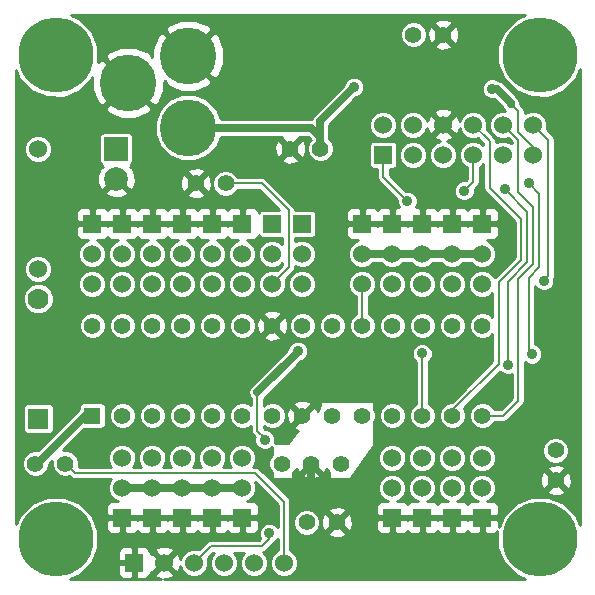
<source format=gbl>
G04 (created by PCBNEW (2013-04-19 BZR 4011)-stable) date 19/08/2014 16:01:40*
%MOIN*%
G04 Gerber Fmt 3.4, Leading zero omitted, Abs format*
%FSLAX34Y34*%
G01*
G70*
G90*
G04 APERTURE LIST*
%ADD10C,0*%
%ADD11C,0.25*%
%ADD12C,0.055*%
%ADD13R,0.055X0.055*%
%ADD14R,0.0787X0.0787*%
%ADD15C,0.0787*%
%ADD16R,0.06X0.06*%
%ADD17C,0.06*%
%ADD18C,0.07*%
%ADD19R,0.07X0.07*%
%ADD20C,0.189*%
%ADD21C,0.035*%
%ADD22C,0.025*%
%ADD23C,0.008*%
%ADD24C,0.01*%
G04 APERTURE END LIST*
G54D10*
G54D11*
X23228Y-17322D03*
X39370Y-17322D03*
X39370Y-33464D03*
G54D12*
X35153Y-16648D03*
X36153Y-16648D03*
X32053Y-20448D03*
X31053Y-20448D03*
X23553Y-30948D03*
X22553Y-30948D03*
X28900Y-21600D03*
X27900Y-21600D03*
X25453Y-29348D03*
X26453Y-29348D03*
X27453Y-29348D03*
X28453Y-29348D03*
X29453Y-29348D03*
X30453Y-29348D03*
X31453Y-29348D03*
X32453Y-29348D03*
X33453Y-29348D03*
X34453Y-29348D03*
X35453Y-29348D03*
X36453Y-29348D03*
X37453Y-29348D03*
G54D13*
X24453Y-29348D03*
G54D12*
X37453Y-26348D03*
X36453Y-26348D03*
X35453Y-26348D03*
X34453Y-26348D03*
X33453Y-26348D03*
X32453Y-26348D03*
X31453Y-26348D03*
X30453Y-26348D03*
X29453Y-26348D03*
X28453Y-26348D03*
X27453Y-26348D03*
X26453Y-26348D03*
X25453Y-26348D03*
X24453Y-26348D03*
G54D14*
X25253Y-20448D03*
G54D15*
X25253Y-21448D03*
G54D16*
X25846Y-34251D03*
G54D17*
X26846Y-34251D03*
X27846Y-34251D03*
X28846Y-34251D03*
X29846Y-34251D03*
X30846Y-34251D03*
G54D16*
X29453Y-32748D03*
G54D17*
X29453Y-31748D03*
X29453Y-30748D03*
G54D16*
X33453Y-22948D03*
G54D17*
X33453Y-23948D03*
X33453Y-24948D03*
G54D16*
X34453Y-22948D03*
G54D17*
X34453Y-23948D03*
X34453Y-24948D03*
G54D16*
X35453Y-22948D03*
G54D17*
X35453Y-23948D03*
X35453Y-24948D03*
G54D16*
X36453Y-22948D03*
G54D17*
X36453Y-23948D03*
X36453Y-24948D03*
G54D16*
X37453Y-22948D03*
G54D17*
X37453Y-23948D03*
X37453Y-24948D03*
G54D16*
X37453Y-32748D03*
G54D17*
X37453Y-31748D03*
X37453Y-30748D03*
G54D16*
X36453Y-32748D03*
G54D17*
X36453Y-31748D03*
X36453Y-30748D03*
G54D16*
X35453Y-32748D03*
G54D17*
X35453Y-31748D03*
X35453Y-30748D03*
G54D16*
X34453Y-32748D03*
G54D17*
X34453Y-31748D03*
X34453Y-30748D03*
G54D16*
X29453Y-22948D03*
G54D17*
X29453Y-23948D03*
X29453Y-24948D03*
G54D16*
X28453Y-32748D03*
G54D17*
X28453Y-31748D03*
X28453Y-30748D03*
G54D16*
X27453Y-32748D03*
G54D17*
X27453Y-31748D03*
X27453Y-30748D03*
G54D16*
X26453Y-32748D03*
G54D17*
X26453Y-31748D03*
X26453Y-30748D03*
G54D16*
X25453Y-32748D03*
G54D17*
X25453Y-31748D03*
X25453Y-30748D03*
G54D16*
X24453Y-22948D03*
G54D17*
X24453Y-23948D03*
X24453Y-24948D03*
G54D16*
X25453Y-22948D03*
G54D17*
X25453Y-23948D03*
X25453Y-24948D03*
G54D16*
X26453Y-22948D03*
G54D17*
X26453Y-23948D03*
X26453Y-24948D03*
G54D16*
X27453Y-22948D03*
G54D17*
X27453Y-23948D03*
X27453Y-24948D03*
G54D16*
X28453Y-22948D03*
G54D17*
X28453Y-23948D03*
X28453Y-24948D03*
G54D18*
X22653Y-25448D03*
G54D19*
X22653Y-29448D03*
G54D17*
X22653Y-20448D03*
X22653Y-24448D03*
G54D16*
X30453Y-22948D03*
G54D17*
X30453Y-23948D03*
X30453Y-24948D03*
G54D16*
X31453Y-22948D03*
G54D17*
X31453Y-23948D03*
X31453Y-24948D03*
G54D11*
X23228Y-33464D03*
G54D12*
X32737Y-30948D03*
X30769Y-30948D03*
X31753Y-30948D03*
G54D16*
X34153Y-20648D03*
G54D17*
X34153Y-19648D03*
X35153Y-20648D03*
X35153Y-19648D03*
X36153Y-20648D03*
X36153Y-19648D03*
X37153Y-20648D03*
X37153Y-19648D03*
X38153Y-20648D03*
X38153Y-19648D03*
X39153Y-20648D03*
X39153Y-19648D03*
G54D20*
X27650Y-17350D03*
X27650Y-19750D03*
X25650Y-18250D03*
G54D12*
X31600Y-32900D03*
X32600Y-32900D03*
X39900Y-30500D03*
X39900Y-31500D03*
G54D21*
X36850Y-21850D03*
X34953Y-22198D03*
X35450Y-27275D03*
X39100Y-27300D03*
X39000Y-21600D03*
X39503Y-24848D03*
X38300Y-27650D03*
X38200Y-21800D03*
X37775Y-18450D03*
X33175Y-18400D03*
X31300Y-27200D03*
X30354Y-33267D03*
X30200Y-30150D03*
G54D22*
X25453Y-31748D02*
X26453Y-31748D01*
X26453Y-31748D02*
X27453Y-31748D01*
X27453Y-31748D02*
X28453Y-31748D01*
X28453Y-31748D02*
X29453Y-31748D01*
X37453Y-23948D02*
X36453Y-23948D01*
X36453Y-23948D02*
X35453Y-23948D01*
X35453Y-23948D02*
X34453Y-23948D01*
X34453Y-23948D02*
X33453Y-23948D01*
G54D23*
X30846Y-34251D02*
X30846Y-32224D01*
X30846Y-32224D02*
X29881Y-31259D01*
X23865Y-31259D02*
X23553Y-30948D01*
X29881Y-31259D02*
X29700Y-31259D01*
X29700Y-31259D02*
X23865Y-31259D01*
X30453Y-24948D02*
X30453Y-24946D01*
X30100Y-21600D02*
X28900Y-21600D01*
X31000Y-22500D02*
X30100Y-21600D01*
X31000Y-24400D02*
X31000Y-22500D01*
X30453Y-24946D02*
X31000Y-24400D01*
X37153Y-21546D02*
X37153Y-20648D01*
X36850Y-21850D02*
X37153Y-21546D01*
X34153Y-21398D02*
X34153Y-20648D01*
X34953Y-22198D02*
X34153Y-21398D01*
X33453Y-24948D02*
X33453Y-26348D01*
X35453Y-29348D02*
X35453Y-27278D01*
X35453Y-27278D02*
X35450Y-27275D01*
X39000Y-25600D02*
X39000Y-24750D01*
X39100Y-27300D02*
X39000Y-27200D01*
X39000Y-27200D02*
X39000Y-25600D01*
X39350Y-22000D02*
X39350Y-21950D01*
X39350Y-21950D02*
X39000Y-21600D01*
X39350Y-23550D02*
X39350Y-22000D01*
X39000Y-24750D02*
X39350Y-24400D01*
X39350Y-24400D02*
X39350Y-23550D01*
X36453Y-29348D02*
X36453Y-29171D01*
X38000Y-27625D02*
X38000Y-24900D01*
X36453Y-29171D02*
X38000Y-27625D01*
X37700Y-20200D02*
X37700Y-21750D01*
X37153Y-19653D02*
X37700Y-20200D01*
X37153Y-19648D02*
X37153Y-19653D01*
X38000Y-24900D02*
X38750Y-24150D01*
X38750Y-24150D02*
X38750Y-22800D01*
X38750Y-22800D02*
X37700Y-21750D01*
X38653Y-28675D02*
X38653Y-28846D01*
X38151Y-29348D02*
X37453Y-29348D01*
X38653Y-28846D02*
X38151Y-29348D01*
X38653Y-25450D02*
X38653Y-24796D01*
X39150Y-22400D02*
X38653Y-21903D01*
X39150Y-24300D02*
X39150Y-22400D01*
X38653Y-24796D02*
X39150Y-24300D01*
X38653Y-20148D02*
X38153Y-19648D01*
X38653Y-28675D02*
X38653Y-25450D01*
X38653Y-21903D02*
X38653Y-20148D01*
X39653Y-20148D02*
X39153Y-19648D01*
X39653Y-24698D02*
X39653Y-20148D01*
X39503Y-24848D02*
X39653Y-24698D01*
X38300Y-25550D02*
X38300Y-24889D01*
X38300Y-27650D02*
X38300Y-25700D01*
X38300Y-25700D02*
X38300Y-25550D01*
X38300Y-24889D02*
X38950Y-24239D01*
X38950Y-24239D02*
X38950Y-22550D01*
X38950Y-22550D02*
X38200Y-21800D01*
G54D22*
X22553Y-30948D02*
X22601Y-30948D01*
X22601Y-30948D02*
X24201Y-29348D01*
X24201Y-29348D02*
X24453Y-29348D01*
X37775Y-18450D02*
X37925Y-18450D01*
X38400Y-18925D02*
X38400Y-18950D01*
X37925Y-18450D02*
X38400Y-18925D01*
X32053Y-20448D02*
X32053Y-19521D01*
X32053Y-19521D02*
X33175Y-18400D01*
G54D23*
X38400Y-18950D02*
X38650Y-19200D01*
X39153Y-20403D02*
X39153Y-20648D01*
X38650Y-19200D02*
X38650Y-19900D01*
X38650Y-19900D02*
X39153Y-20403D01*
G54D22*
X32053Y-20448D02*
X32053Y-20053D01*
X31750Y-19750D02*
X27650Y-19750D01*
X32053Y-20053D02*
X31750Y-19750D01*
X31753Y-30948D02*
X31753Y-31546D01*
X31753Y-31546D02*
X31750Y-31550D01*
X31300Y-27200D02*
X31300Y-27225D01*
X31300Y-27225D02*
X29950Y-28575D01*
G54D23*
X30200Y-30150D02*
X30200Y-30100D01*
X30200Y-30100D02*
X29950Y-29850D01*
X29950Y-29850D02*
X29950Y-28575D01*
X27846Y-34251D02*
X27848Y-34251D01*
X30354Y-33445D02*
X30354Y-33267D01*
X30100Y-33700D02*
X30354Y-33445D01*
X28400Y-33700D02*
X30100Y-33700D01*
X27848Y-34251D02*
X28400Y-33700D01*
X29950Y-29850D02*
X30200Y-30100D01*
G54D10*
G36*
X40708Y-32985D02*
X40574Y-32661D01*
X40429Y-32516D01*
X40429Y-31575D01*
X40418Y-31367D01*
X40360Y-31227D01*
X40345Y-31223D01*
X40345Y-30411D01*
X40277Y-30248D01*
X40152Y-30122D01*
X39988Y-30055D01*
X39863Y-30054D01*
X39863Y-24698D01*
X39863Y-20148D01*
X39847Y-20067D01*
X39847Y-20067D01*
X39802Y-19999D01*
X39600Y-19797D01*
X39623Y-19741D01*
X39623Y-19554D01*
X39552Y-19382D01*
X39420Y-19249D01*
X39247Y-19178D01*
X39060Y-19177D01*
X38887Y-19249D01*
X38860Y-19276D01*
X38860Y-19200D01*
X38844Y-19119D01*
X38844Y-19119D01*
X38798Y-19051D01*
X38798Y-19051D01*
X38695Y-18948D01*
X38695Y-18925D01*
X38672Y-18812D01*
X38608Y-18716D01*
X38608Y-18716D01*
X38133Y-18241D01*
X38037Y-18177D01*
X37978Y-18165D01*
X37970Y-18157D01*
X37843Y-18105D01*
X37706Y-18104D01*
X37579Y-18157D01*
X37482Y-18254D01*
X37430Y-18381D01*
X37429Y-18518D01*
X37482Y-18645D01*
X37579Y-18742D01*
X37706Y-18794D01*
X37843Y-18795D01*
X37850Y-18792D01*
X38141Y-19083D01*
X38191Y-19158D01*
X38220Y-19178D01*
X38060Y-19177D01*
X37887Y-19249D01*
X37755Y-19381D01*
X37683Y-19554D01*
X37683Y-19741D01*
X37754Y-19913D01*
X37886Y-20046D01*
X38059Y-20117D01*
X38246Y-20118D01*
X38303Y-20094D01*
X38443Y-20235D01*
X38443Y-20273D01*
X38420Y-20249D01*
X38247Y-20178D01*
X38060Y-20177D01*
X37910Y-20240D01*
X37910Y-20200D01*
X37894Y-20119D01*
X37894Y-20119D01*
X37875Y-20092D01*
X37848Y-20051D01*
X37848Y-20051D01*
X37598Y-19801D01*
X37623Y-19741D01*
X37623Y-19554D01*
X37552Y-19382D01*
X37420Y-19249D01*
X37247Y-19178D01*
X37060Y-19177D01*
X36887Y-19249D01*
X36755Y-19381D01*
X36697Y-19519D01*
X36697Y-19511D01*
X36683Y-19477D01*
X36683Y-16723D01*
X36672Y-16515D01*
X36614Y-16375D01*
X36521Y-16350D01*
X36450Y-16421D01*
X36450Y-16280D01*
X36426Y-16187D01*
X36229Y-16118D01*
X36020Y-16129D01*
X35880Y-16187D01*
X35856Y-16280D01*
X36153Y-16577D01*
X36450Y-16280D01*
X36450Y-16421D01*
X36224Y-16648D01*
X36521Y-16945D01*
X36614Y-16920D01*
X36683Y-16723D01*
X36683Y-19477D01*
X36634Y-19360D01*
X36539Y-19332D01*
X36468Y-19403D01*
X36468Y-19262D01*
X36450Y-19198D01*
X36450Y-17015D01*
X36153Y-16718D01*
X36082Y-16789D01*
X36082Y-16648D01*
X35785Y-16350D01*
X35692Y-16375D01*
X35623Y-16572D01*
X35634Y-16780D01*
X35692Y-16920D01*
X35785Y-16945D01*
X36082Y-16648D01*
X36082Y-16789D01*
X35856Y-17015D01*
X35880Y-17108D01*
X36077Y-17177D01*
X36286Y-17166D01*
X36426Y-17108D01*
X36450Y-17015D01*
X36450Y-19198D01*
X36441Y-19166D01*
X36235Y-19093D01*
X36016Y-19104D01*
X35865Y-19166D01*
X35838Y-19262D01*
X36153Y-19577D01*
X36468Y-19262D01*
X36468Y-19403D01*
X36224Y-19648D01*
X36539Y-19963D01*
X36634Y-19935D01*
X36694Y-19768D01*
X36754Y-19913D01*
X36886Y-20046D01*
X37059Y-20117D01*
X37246Y-20118D01*
X37299Y-20096D01*
X37490Y-20286D01*
X37490Y-20319D01*
X37420Y-20249D01*
X37247Y-20178D01*
X37060Y-20177D01*
X36887Y-20249D01*
X36755Y-20381D01*
X36683Y-20554D01*
X36683Y-20741D01*
X36754Y-20913D01*
X36886Y-21046D01*
X36943Y-21069D01*
X36943Y-21459D01*
X36897Y-21505D01*
X36781Y-21504D01*
X36654Y-21557D01*
X36623Y-21588D01*
X36623Y-20554D01*
X36552Y-20382D01*
X36420Y-20249D01*
X36281Y-20192D01*
X36290Y-20191D01*
X36441Y-20129D01*
X36468Y-20033D01*
X36153Y-19718D01*
X36082Y-19789D01*
X36082Y-19648D01*
X35767Y-19332D01*
X35672Y-19360D01*
X35612Y-19527D01*
X35598Y-19494D01*
X35598Y-16559D01*
X35531Y-16396D01*
X35405Y-16270D01*
X35242Y-16203D01*
X35065Y-16202D01*
X34901Y-16270D01*
X34776Y-16395D01*
X34708Y-16559D01*
X34708Y-16736D01*
X34776Y-16899D01*
X34901Y-17025D01*
X35064Y-17092D01*
X35241Y-17093D01*
X35405Y-17025D01*
X35530Y-16900D01*
X35598Y-16736D01*
X35598Y-16559D01*
X35598Y-19494D01*
X35552Y-19382D01*
X35420Y-19249D01*
X35247Y-19178D01*
X35060Y-19177D01*
X34887Y-19249D01*
X34755Y-19381D01*
X34683Y-19554D01*
X34683Y-19741D01*
X34754Y-19913D01*
X34886Y-20046D01*
X35059Y-20117D01*
X35246Y-20118D01*
X35419Y-20046D01*
X35551Y-19914D01*
X35609Y-19776D01*
X35609Y-19784D01*
X35672Y-19935D01*
X35767Y-19963D01*
X36082Y-19648D01*
X36082Y-19789D01*
X35838Y-20033D01*
X35865Y-20129D01*
X36033Y-20189D01*
X35887Y-20249D01*
X35755Y-20381D01*
X35683Y-20554D01*
X35683Y-20741D01*
X35754Y-20913D01*
X35886Y-21046D01*
X36059Y-21117D01*
X36246Y-21118D01*
X36419Y-21046D01*
X36551Y-20914D01*
X36623Y-20741D01*
X36623Y-20554D01*
X36623Y-21588D01*
X36557Y-21654D01*
X36505Y-21781D01*
X36504Y-21918D01*
X36557Y-22045D01*
X36654Y-22142D01*
X36781Y-22194D01*
X36918Y-22195D01*
X37045Y-22142D01*
X37142Y-22045D01*
X37194Y-21918D01*
X37195Y-21801D01*
X37302Y-21694D01*
X37302Y-21694D01*
X37302Y-21694D01*
X37347Y-21626D01*
X37347Y-21626D01*
X37363Y-21546D01*
X37363Y-21069D01*
X37419Y-21046D01*
X37490Y-20976D01*
X37490Y-21750D01*
X37505Y-21830D01*
X37551Y-21898D01*
X38540Y-22886D01*
X38540Y-24063D01*
X38003Y-24599D01*
X38003Y-23297D01*
X38003Y-22598D01*
X37965Y-22506D01*
X37895Y-22436D01*
X37803Y-22398D01*
X37704Y-22397D01*
X37566Y-22398D01*
X37503Y-22460D01*
X37503Y-22898D01*
X37941Y-22898D01*
X38003Y-22835D01*
X38003Y-22598D01*
X38003Y-23297D01*
X38003Y-23060D01*
X37941Y-22998D01*
X37503Y-22998D01*
X37503Y-23005D01*
X37403Y-23005D01*
X37403Y-22998D01*
X37403Y-22898D01*
X37403Y-22460D01*
X37341Y-22398D01*
X37203Y-22397D01*
X37103Y-22398D01*
X37011Y-22436D01*
X36953Y-22494D01*
X36895Y-22436D01*
X36803Y-22398D01*
X36704Y-22397D01*
X36566Y-22398D01*
X36503Y-22460D01*
X36503Y-22898D01*
X36941Y-22898D01*
X36953Y-22885D01*
X36966Y-22898D01*
X37403Y-22898D01*
X37403Y-22998D01*
X36966Y-22998D01*
X36953Y-23010D01*
X36941Y-22998D01*
X36503Y-22998D01*
X36503Y-23005D01*
X36403Y-23005D01*
X36403Y-22998D01*
X36403Y-22898D01*
X36403Y-22460D01*
X36341Y-22398D01*
X36203Y-22397D01*
X36103Y-22398D01*
X36011Y-22436D01*
X35953Y-22494D01*
X35895Y-22436D01*
X35803Y-22398D01*
X35704Y-22397D01*
X35623Y-22398D01*
X35623Y-20554D01*
X35552Y-20382D01*
X35420Y-20249D01*
X35247Y-20178D01*
X35060Y-20177D01*
X34887Y-20249D01*
X34755Y-20381D01*
X34683Y-20554D01*
X34683Y-20741D01*
X34754Y-20913D01*
X34886Y-21046D01*
X35059Y-21117D01*
X35246Y-21118D01*
X35419Y-21046D01*
X35551Y-20914D01*
X35623Y-20741D01*
X35623Y-20554D01*
X35623Y-22398D01*
X35566Y-22398D01*
X35503Y-22460D01*
X35503Y-22898D01*
X35941Y-22898D01*
X35953Y-22885D01*
X35966Y-22898D01*
X36403Y-22898D01*
X36403Y-22998D01*
X35966Y-22998D01*
X35953Y-23010D01*
X35941Y-22998D01*
X35503Y-22998D01*
X35503Y-23005D01*
X35403Y-23005D01*
X35403Y-22998D01*
X35403Y-22898D01*
X35403Y-22460D01*
X35341Y-22398D01*
X35241Y-22398D01*
X35245Y-22393D01*
X35298Y-22266D01*
X35298Y-22129D01*
X35246Y-22002D01*
X35149Y-21905D01*
X35022Y-21853D01*
X34905Y-21852D01*
X34623Y-21571D01*
X34623Y-19554D01*
X34552Y-19382D01*
X34420Y-19249D01*
X34247Y-19178D01*
X34060Y-19177D01*
X33887Y-19249D01*
X33755Y-19381D01*
X33683Y-19554D01*
X33683Y-19741D01*
X33754Y-19913D01*
X33886Y-20046D01*
X34059Y-20117D01*
X34246Y-20118D01*
X34419Y-20046D01*
X34551Y-19914D01*
X34623Y-19741D01*
X34623Y-19554D01*
X34623Y-21571D01*
X34363Y-21311D01*
X34363Y-21118D01*
X34487Y-21118D01*
X34549Y-21092D01*
X34597Y-21044D01*
X34623Y-20981D01*
X34623Y-20914D01*
X34623Y-20314D01*
X34597Y-20251D01*
X34549Y-20203D01*
X34487Y-20178D01*
X34419Y-20178D01*
X33819Y-20178D01*
X33757Y-20203D01*
X33709Y-20251D01*
X33683Y-20314D01*
X33683Y-20381D01*
X33683Y-20981D01*
X33709Y-21044D01*
X33757Y-21092D01*
X33819Y-21118D01*
X33887Y-21118D01*
X33943Y-21118D01*
X33943Y-21398D01*
X33959Y-21478D01*
X34005Y-21546D01*
X34608Y-22150D01*
X34608Y-22266D01*
X34660Y-22393D01*
X34665Y-22398D01*
X34566Y-22398D01*
X34503Y-22460D01*
X34503Y-22898D01*
X34941Y-22898D01*
X34953Y-22885D01*
X34966Y-22898D01*
X35403Y-22898D01*
X35403Y-22998D01*
X34966Y-22998D01*
X34953Y-23010D01*
X34941Y-22998D01*
X34503Y-22998D01*
X34503Y-23005D01*
X34403Y-23005D01*
X34403Y-22998D01*
X34403Y-22898D01*
X34403Y-22460D01*
X34341Y-22398D01*
X34203Y-22397D01*
X34103Y-22398D01*
X34011Y-22436D01*
X33953Y-22494D01*
X33895Y-22436D01*
X33803Y-22398D01*
X33704Y-22397D01*
X33566Y-22398D01*
X33520Y-22444D01*
X33520Y-18331D01*
X33467Y-18204D01*
X33370Y-18107D01*
X33243Y-18055D01*
X33106Y-18054D01*
X32979Y-18107D01*
X32882Y-18204D01*
X32832Y-18325D01*
X31844Y-19312D01*
X31780Y-19408D01*
X31770Y-19459D01*
X31750Y-19455D01*
X28845Y-19455D01*
X28845Y-17585D01*
X28844Y-17110D01*
X28664Y-16674D01*
X28501Y-16568D01*
X28431Y-16639D01*
X28431Y-16498D01*
X28325Y-16335D01*
X27885Y-16154D01*
X27410Y-16155D01*
X26974Y-16335D01*
X26868Y-16498D01*
X27650Y-17279D01*
X28431Y-16498D01*
X28431Y-16639D01*
X27720Y-17350D01*
X28501Y-18131D01*
X28664Y-18025D01*
X28845Y-17585D01*
X28845Y-19455D01*
X28734Y-19455D01*
X28595Y-19119D01*
X28431Y-18954D01*
X28431Y-18201D01*
X27650Y-17420D01*
X27644Y-17426D01*
X27579Y-17361D01*
X27573Y-17355D01*
X27579Y-17350D01*
X26798Y-16568D01*
X26635Y-16674D01*
X26454Y-17114D01*
X26455Y-17374D01*
X26431Y-17398D01*
X26325Y-17235D01*
X25885Y-17054D01*
X25410Y-17055D01*
X24974Y-17235D01*
X24868Y-17398D01*
X25650Y-18179D01*
X25655Y-18173D01*
X25726Y-18244D01*
X25720Y-18250D01*
X26501Y-19031D01*
X26664Y-18925D01*
X26845Y-18485D01*
X26844Y-18225D01*
X26868Y-18201D01*
X26974Y-18364D01*
X27414Y-18545D01*
X27889Y-18544D01*
X28325Y-18364D01*
X28431Y-18201D01*
X28431Y-18954D01*
X28282Y-18805D01*
X27872Y-18635D01*
X27429Y-18634D01*
X27019Y-18804D01*
X26705Y-19117D01*
X26535Y-19527D01*
X26534Y-19970D01*
X26704Y-20380D01*
X27017Y-20694D01*
X27427Y-20864D01*
X27870Y-20865D01*
X28280Y-20695D01*
X28594Y-20382D01*
X28734Y-20045D01*
X30765Y-20045D01*
X30756Y-20080D01*
X31053Y-20377D01*
X31350Y-20080D01*
X31341Y-20045D01*
X31627Y-20045D01*
X31727Y-20144D01*
X31676Y-20195D01*
X31608Y-20359D01*
X31608Y-20536D01*
X31676Y-20699D01*
X31801Y-20825D01*
X31964Y-20892D01*
X32141Y-20893D01*
X32305Y-20825D01*
X32430Y-20700D01*
X32498Y-20536D01*
X32498Y-20359D01*
X32431Y-20196D01*
X32348Y-20113D01*
X32348Y-20053D01*
X32348Y-19643D01*
X33249Y-18742D01*
X33370Y-18692D01*
X33467Y-18595D01*
X33519Y-18468D01*
X33520Y-18331D01*
X33520Y-22444D01*
X33503Y-22460D01*
X33503Y-22898D01*
X33941Y-22898D01*
X33953Y-22885D01*
X33966Y-22898D01*
X34403Y-22898D01*
X34403Y-22998D01*
X33966Y-22998D01*
X33953Y-23010D01*
X33941Y-22998D01*
X33503Y-22998D01*
X33503Y-23005D01*
X33403Y-23005D01*
X33403Y-22998D01*
X33403Y-22898D01*
X33403Y-22460D01*
X33341Y-22398D01*
X33203Y-22397D01*
X33103Y-22398D01*
X33011Y-22436D01*
X32941Y-22506D01*
X32903Y-22598D01*
X32903Y-22835D01*
X32966Y-22898D01*
X33403Y-22898D01*
X33403Y-22998D01*
X32966Y-22998D01*
X32903Y-23060D01*
X32903Y-23297D01*
X32941Y-23389D01*
X33011Y-23459D01*
X33103Y-23497D01*
X33203Y-23498D01*
X33311Y-23498D01*
X33187Y-23549D01*
X33055Y-23681D01*
X32983Y-23854D01*
X32983Y-24041D01*
X33054Y-24213D01*
X33186Y-24346D01*
X33359Y-24417D01*
X33546Y-24418D01*
X33719Y-24346D01*
X33823Y-24243D01*
X34083Y-24243D01*
X34186Y-24346D01*
X34359Y-24417D01*
X34546Y-24418D01*
X34719Y-24346D01*
X34823Y-24243D01*
X35083Y-24243D01*
X35186Y-24346D01*
X35359Y-24417D01*
X35546Y-24418D01*
X35719Y-24346D01*
X35823Y-24243D01*
X36083Y-24243D01*
X36186Y-24346D01*
X36359Y-24417D01*
X36546Y-24418D01*
X36719Y-24346D01*
X36823Y-24243D01*
X37083Y-24243D01*
X37186Y-24346D01*
X37359Y-24417D01*
X37546Y-24418D01*
X37719Y-24346D01*
X37851Y-24214D01*
X37923Y-24041D01*
X37923Y-23854D01*
X37852Y-23682D01*
X37720Y-23549D01*
X37595Y-23498D01*
X37704Y-23498D01*
X37803Y-23497D01*
X37895Y-23459D01*
X37965Y-23389D01*
X38003Y-23297D01*
X38003Y-24599D01*
X37872Y-24730D01*
X37852Y-24682D01*
X37720Y-24549D01*
X37547Y-24478D01*
X37360Y-24477D01*
X37187Y-24549D01*
X37055Y-24681D01*
X36983Y-24854D01*
X36983Y-25041D01*
X37054Y-25213D01*
X37186Y-25346D01*
X37359Y-25417D01*
X37546Y-25418D01*
X37719Y-25346D01*
X37790Y-25276D01*
X37790Y-26055D01*
X37705Y-25970D01*
X37542Y-25903D01*
X37365Y-25902D01*
X37201Y-25970D01*
X37076Y-26095D01*
X37008Y-26259D01*
X37008Y-26436D01*
X37076Y-26599D01*
X37201Y-26725D01*
X37364Y-26792D01*
X37541Y-26793D01*
X37705Y-26725D01*
X37790Y-26640D01*
X37790Y-27538D01*
X36923Y-28404D01*
X36923Y-24854D01*
X36852Y-24682D01*
X36720Y-24549D01*
X36547Y-24478D01*
X36360Y-24477D01*
X36187Y-24549D01*
X36055Y-24681D01*
X35983Y-24854D01*
X35983Y-25041D01*
X36054Y-25213D01*
X36186Y-25346D01*
X36359Y-25417D01*
X36546Y-25418D01*
X36719Y-25346D01*
X36851Y-25214D01*
X36923Y-25041D01*
X36923Y-24854D01*
X36923Y-28404D01*
X36898Y-28429D01*
X36898Y-26259D01*
X36831Y-26096D01*
X36705Y-25970D01*
X36542Y-25903D01*
X36365Y-25902D01*
X36201Y-25970D01*
X36076Y-26095D01*
X36008Y-26259D01*
X36008Y-26436D01*
X36076Y-26599D01*
X36201Y-26725D01*
X36364Y-26792D01*
X36541Y-26793D01*
X36705Y-26725D01*
X36830Y-26600D01*
X36898Y-26436D01*
X36898Y-26259D01*
X36898Y-28429D01*
X36425Y-28903D01*
X36365Y-28902D01*
X36201Y-28970D01*
X36076Y-29095D01*
X36008Y-29259D01*
X36008Y-29436D01*
X36076Y-29599D01*
X36201Y-29725D01*
X36364Y-29792D01*
X36541Y-29793D01*
X36705Y-29725D01*
X36830Y-29600D01*
X36898Y-29436D01*
X36898Y-29259D01*
X36831Y-29096D01*
X36828Y-29093D01*
X38042Y-27879D01*
X38104Y-27942D01*
X38231Y-27994D01*
X38368Y-27995D01*
X38443Y-27963D01*
X38443Y-28675D01*
X38443Y-28759D01*
X38064Y-29138D01*
X37848Y-29138D01*
X37831Y-29096D01*
X37705Y-28970D01*
X37542Y-28903D01*
X37365Y-28902D01*
X37201Y-28970D01*
X37076Y-29095D01*
X37008Y-29259D01*
X37008Y-29436D01*
X37076Y-29599D01*
X37201Y-29725D01*
X37364Y-29792D01*
X37541Y-29793D01*
X37705Y-29725D01*
X37830Y-29600D01*
X37848Y-29558D01*
X38151Y-29558D01*
X38232Y-29542D01*
X38300Y-29496D01*
X38802Y-28994D01*
X38847Y-28926D01*
X38863Y-28846D01*
X38863Y-28675D01*
X38863Y-27551D01*
X38904Y-27592D01*
X39031Y-27644D01*
X39168Y-27645D01*
X39295Y-27592D01*
X39392Y-27495D01*
X39444Y-27368D01*
X39445Y-27231D01*
X39392Y-27104D01*
X39295Y-27007D01*
X39210Y-26972D01*
X39210Y-25600D01*
X39210Y-25041D01*
X39210Y-25043D01*
X39307Y-25140D01*
X39434Y-25192D01*
X39571Y-25193D01*
X39698Y-25140D01*
X39795Y-25043D01*
X39848Y-24916D01*
X39848Y-24779D01*
X39847Y-24777D01*
X39863Y-24698D01*
X39863Y-30054D01*
X39811Y-30054D01*
X39648Y-30122D01*
X39522Y-30247D01*
X39455Y-30411D01*
X39454Y-30588D01*
X39522Y-30751D01*
X39647Y-30877D01*
X39811Y-30944D01*
X39988Y-30945D01*
X40151Y-30877D01*
X40277Y-30752D01*
X40344Y-30588D01*
X40345Y-30411D01*
X40345Y-31223D01*
X40267Y-31202D01*
X40197Y-31273D01*
X40197Y-31132D01*
X40172Y-31039D01*
X39975Y-30970D01*
X39767Y-30981D01*
X39627Y-31039D01*
X39602Y-31132D01*
X39900Y-31429D01*
X40197Y-31132D01*
X40197Y-31273D01*
X39970Y-31500D01*
X40267Y-31797D01*
X40360Y-31772D01*
X40429Y-31575D01*
X40429Y-32516D01*
X40197Y-32283D01*
X40197Y-31867D01*
X39900Y-31570D01*
X39829Y-31641D01*
X39829Y-31500D01*
X39532Y-31202D01*
X39439Y-31227D01*
X39370Y-31424D01*
X39381Y-31632D01*
X39439Y-31772D01*
X39532Y-31797D01*
X39829Y-31500D01*
X39829Y-31641D01*
X39602Y-31867D01*
X39627Y-31960D01*
X39824Y-32029D01*
X40032Y-32018D01*
X40172Y-31960D01*
X40197Y-31867D01*
X40197Y-32283D01*
X40175Y-32261D01*
X39653Y-32044D01*
X39088Y-32044D01*
X38566Y-32260D01*
X38166Y-32659D01*
X38003Y-33052D01*
X38003Y-32398D01*
X37965Y-32306D01*
X37895Y-32236D01*
X37803Y-32198D01*
X37704Y-32197D01*
X37595Y-32198D01*
X37719Y-32146D01*
X37851Y-32014D01*
X37923Y-31841D01*
X37923Y-31654D01*
X37923Y-30654D01*
X37852Y-30482D01*
X37720Y-30349D01*
X37547Y-30278D01*
X37360Y-30277D01*
X37187Y-30349D01*
X37055Y-30481D01*
X36983Y-30654D01*
X36983Y-30841D01*
X37054Y-31013D01*
X37186Y-31146D01*
X37359Y-31217D01*
X37546Y-31218D01*
X37719Y-31146D01*
X37851Y-31014D01*
X37923Y-30841D01*
X37923Y-30654D01*
X37923Y-31654D01*
X37852Y-31482D01*
X37720Y-31349D01*
X37547Y-31278D01*
X37360Y-31277D01*
X37187Y-31349D01*
X37055Y-31481D01*
X36983Y-31654D01*
X36983Y-31841D01*
X37054Y-32013D01*
X37186Y-32146D01*
X37311Y-32198D01*
X37203Y-32197D01*
X37103Y-32198D01*
X37011Y-32236D01*
X36953Y-32294D01*
X36895Y-32236D01*
X36803Y-32198D01*
X36704Y-32197D01*
X36595Y-32198D01*
X36719Y-32146D01*
X36851Y-32014D01*
X36923Y-31841D01*
X36923Y-31654D01*
X36923Y-30654D01*
X36852Y-30482D01*
X36720Y-30349D01*
X36547Y-30278D01*
X36360Y-30277D01*
X36187Y-30349D01*
X36055Y-30481D01*
X35983Y-30654D01*
X35983Y-30841D01*
X36054Y-31013D01*
X36186Y-31146D01*
X36359Y-31217D01*
X36546Y-31218D01*
X36719Y-31146D01*
X36851Y-31014D01*
X36923Y-30841D01*
X36923Y-30654D01*
X36923Y-31654D01*
X36852Y-31482D01*
X36720Y-31349D01*
X36547Y-31278D01*
X36360Y-31277D01*
X36187Y-31349D01*
X36055Y-31481D01*
X35983Y-31654D01*
X35983Y-31841D01*
X36054Y-32013D01*
X36186Y-32146D01*
X36311Y-32198D01*
X36203Y-32197D01*
X36103Y-32198D01*
X36011Y-32236D01*
X35953Y-32294D01*
X35895Y-32236D01*
X35803Y-32198D01*
X35704Y-32197D01*
X35595Y-32198D01*
X35719Y-32146D01*
X35851Y-32014D01*
X35923Y-31841D01*
X35923Y-31654D01*
X35923Y-30654D01*
X35923Y-24854D01*
X35852Y-24682D01*
X35720Y-24549D01*
X35547Y-24478D01*
X35360Y-24477D01*
X35187Y-24549D01*
X35055Y-24681D01*
X34983Y-24854D01*
X34983Y-25041D01*
X35054Y-25213D01*
X35186Y-25346D01*
X35359Y-25417D01*
X35546Y-25418D01*
X35719Y-25346D01*
X35851Y-25214D01*
X35923Y-25041D01*
X35923Y-24854D01*
X35923Y-30654D01*
X35898Y-30594D01*
X35898Y-29259D01*
X35898Y-26259D01*
X35831Y-26096D01*
X35705Y-25970D01*
X35542Y-25903D01*
X35365Y-25902D01*
X35201Y-25970D01*
X35076Y-26095D01*
X35008Y-26259D01*
X35008Y-26436D01*
X35076Y-26599D01*
X35201Y-26725D01*
X35364Y-26792D01*
X35541Y-26793D01*
X35705Y-26725D01*
X35830Y-26600D01*
X35898Y-26436D01*
X35898Y-26259D01*
X35898Y-29259D01*
X35831Y-29096D01*
X35705Y-28970D01*
X35663Y-28953D01*
X35663Y-27549D01*
X35742Y-27470D01*
X35794Y-27343D01*
X35795Y-27206D01*
X35742Y-27079D01*
X35645Y-26982D01*
X35518Y-26930D01*
X35381Y-26929D01*
X35254Y-26982D01*
X35157Y-27079D01*
X35105Y-27206D01*
X35104Y-27343D01*
X35157Y-27470D01*
X35243Y-27556D01*
X35243Y-28953D01*
X35201Y-28970D01*
X35076Y-29095D01*
X35008Y-29259D01*
X35008Y-29436D01*
X35076Y-29599D01*
X35201Y-29725D01*
X35364Y-29792D01*
X35541Y-29793D01*
X35705Y-29725D01*
X35830Y-29600D01*
X35898Y-29436D01*
X35898Y-29259D01*
X35898Y-30594D01*
X35852Y-30482D01*
X35720Y-30349D01*
X35547Y-30278D01*
X35360Y-30277D01*
X35187Y-30349D01*
X35055Y-30481D01*
X34983Y-30654D01*
X34983Y-30841D01*
X35054Y-31013D01*
X35186Y-31146D01*
X35359Y-31217D01*
X35546Y-31218D01*
X35719Y-31146D01*
X35851Y-31014D01*
X35923Y-30841D01*
X35923Y-30654D01*
X35923Y-31654D01*
X35852Y-31482D01*
X35720Y-31349D01*
X35547Y-31278D01*
X35360Y-31277D01*
X35187Y-31349D01*
X35055Y-31481D01*
X34983Y-31654D01*
X34983Y-31841D01*
X35054Y-32013D01*
X35186Y-32146D01*
X35311Y-32198D01*
X35203Y-32197D01*
X35103Y-32198D01*
X35011Y-32236D01*
X34953Y-32294D01*
X34895Y-32236D01*
X34803Y-32198D01*
X34704Y-32197D01*
X34595Y-32198D01*
X34719Y-32146D01*
X34851Y-32014D01*
X34923Y-31841D01*
X34923Y-31654D01*
X34923Y-30654D01*
X34923Y-24854D01*
X34852Y-24682D01*
X34720Y-24549D01*
X34547Y-24478D01*
X34360Y-24477D01*
X34187Y-24549D01*
X34055Y-24681D01*
X33983Y-24854D01*
X33983Y-25041D01*
X34054Y-25213D01*
X34186Y-25346D01*
X34359Y-25417D01*
X34546Y-25418D01*
X34719Y-25346D01*
X34851Y-25214D01*
X34923Y-25041D01*
X34923Y-24854D01*
X34923Y-30654D01*
X34898Y-30594D01*
X34898Y-29259D01*
X34898Y-26259D01*
X34831Y-26096D01*
X34705Y-25970D01*
X34542Y-25903D01*
X34365Y-25902D01*
X34201Y-25970D01*
X34076Y-26095D01*
X34008Y-26259D01*
X34008Y-26436D01*
X34076Y-26599D01*
X34201Y-26725D01*
X34364Y-26792D01*
X34541Y-26793D01*
X34705Y-26725D01*
X34830Y-26600D01*
X34898Y-26436D01*
X34898Y-26259D01*
X34898Y-29259D01*
X34831Y-29096D01*
X34705Y-28970D01*
X34542Y-28903D01*
X34365Y-28902D01*
X34201Y-28970D01*
X34076Y-29095D01*
X34008Y-29259D01*
X34008Y-29436D01*
X34076Y-29599D01*
X34201Y-29725D01*
X34364Y-29792D01*
X34541Y-29793D01*
X34705Y-29725D01*
X34830Y-29600D01*
X34898Y-29436D01*
X34898Y-29259D01*
X34898Y-30594D01*
X34852Y-30482D01*
X34720Y-30349D01*
X34547Y-30278D01*
X34360Y-30277D01*
X34187Y-30349D01*
X34055Y-30481D01*
X33983Y-30654D01*
X33983Y-30841D01*
X34054Y-31013D01*
X34186Y-31146D01*
X34359Y-31217D01*
X34546Y-31218D01*
X34719Y-31146D01*
X34851Y-31014D01*
X34923Y-30841D01*
X34923Y-30654D01*
X34923Y-31654D01*
X34852Y-31482D01*
X34720Y-31349D01*
X34547Y-31278D01*
X34360Y-31277D01*
X34187Y-31349D01*
X34055Y-31481D01*
X33983Y-31654D01*
X33983Y-31841D01*
X34054Y-32013D01*
X34186Y-32146D01*
X34311Y-32198D01*
X34203Y-32197D01*
X34103Y-32198D01*
X34011Y-32236D01*
X33941Y-32306D01*
X33923Y-32349D01*
X33923Y-24854D01*
X33852Y-24682D01*
X33720Y-24549D01*
X33547Y-24478D01*
X33360Y-24477D01*
X33187Y-24549D01*
X33055Y-24681D01*
X32983Y-24854D01*
X32983Y-25041D01*
X33054Y-25213D01*
X33186Y-25346D01*
X33243Y-25369D01*
X33243Y-25953D01*
X33201Y-25970D01*
X33076Y-26095D01*
X33008Y-26259D01*
X33008Y-26436D01*
X33076Y-26599D01*
X33201Y-26725D01*
X33364Y-26792D01*
X33541Y-26793D01*
X33705Y-26725D01*
X33830Y-26600D01*
X33898Y-26436D01*
X33898Y-26259D01*
X33831Y-26096D01*
X33705Y-25970D01*
X33663Y-25953D01*
X33663Y-25369D01*
X33719Y-25346D01*
X33851Y-25214D01*
X33923Y-25041D01*
X33923Y-24854D01*
X33923Y-32349D01*
X33903Y-32398D01*
X33903Y-32635D01*
X33966Y-32698D01*
X34403Y-32698D01*
X34403Y-32690D01*
X34503Y-32690D01*
X34503Y-32698D01*
X34941Y-32698D01*
X34953Y-32685D01*
X34966Y-32698D01*
X35403Y-32698D01*
X35403Y-32690D01*
X35503Y-32690D01*
X35503Y-32698D01*
X35941Y-32698D01*
X35953Y-32685D01*
X35966Y-32698D01*
X36403Y-32698D01*
X36403Y-32690D01*
X36503Y-32690D01*
X36503Y-32698D01*
X36941Y-32698D01*
X36953Y-32685D01*
X36966Y-32698D01*
X37403Y-32698D01*
X37403Y-32690D01*
X37503Y-32690D01*
X37503Y-32698D01*
X37941Y-32698D01*
X38003Y-32635D01*
X38003Y-32398D01*
X38003Y-33052D01*
X38003Y-33052D01*
X38003Y-32860D01*
X37941Y-32798D01*
X37503Y-32798D01*
X37503Y-33235D01*
X37566Y-33298D01*
X37704Y-33298D01*
X37803Y-33297D01*
X37895Y-33259D01*
X37950Y-33204D01*
X37949Y-33745D01*
X38165Y-34267D01*
X38564Y-34667D01*
X38890Y-34803D01*
X37403Y-34803D01*
X37403Y-33235D01*
X37403Y-32798D01*
X36966Y-32798D01*
X36953Y-32810D01*
X36941Y-32798D01*
X36503Y-32798D01*
X36503Y-33235D01*
X36566Y-33298D01*
X36704Y-33298D01*
X36803Y-33297D01*
X36895Y-33259D01*
X36953Y-33201D01*
X37011Y-33259D01*
X37103Y-33297D01*
X37203Y-33298D01*
X37341Y-33298D01*
X37403Y-33235D01*
X37403Y-34803D01*
X36403Y-34803D01*
X36403Y-33235D01*
X36403Y-32798D01*
X35966Y-32798D01*
X35953Y-32810D01*
X35941Y-32798D01*
X35503Y-32798D01*
X35503Y-33235D01*
X35566Y-33298D01*
X35704Y-33298D01*
X35803Y-33297D01*
X35895Y-33259D01*
X35953Y-33201D01*
X36011Y-33259D01*
X36103Y-33297D01*
X36203Y-33298D01*
X36341Y-33298D01*
X36403Y-33235D01*
X36403Y-34803D01*
X35403Y-34803D01*
X35403Y-33235D01*
X35403Y-32798D01*
X34966Y-32798D01*
X34953Y-32810D01*
X34941Y-32798D01*
X34503Y-32798D01*
X34503Y-33235D01*
X34566Y-33298D01*
X34704Y-33298D01*
X34803Y-33297D01*
X34895Y-33259D01*
X34953Y-33201D01*
X35011Y-33259D01*
X35103Y-33297D01*
X35203Y-33298D01*
X35341Y-33298D01*
X35403Y-33235D01*
X35403Y-34803D01*
X34403Y-34803D01*
X34403Y-33235D01*
X34403Y-32798D01*
X33966Y-32798D01*
X33903Y-32860D01*
X33903Y-33097D01*
X33941Y-33189D01*
X34011Y-33259D01*
X34103Y-33297D01*
X34203Y-33298D01*
X34341Y-33298D01*
X34403Y-33235D01*
X34403Y-34803D01*
X33898Y-34803D01*
X33898Y-29259D01*
X33850Y-29142D01*
X33850Y-28850D01*
X32898Y-28850D01*
X32898Y-26259D01*
X32831Y-26096D01*
X32705Y-25970D01*
X32542Y-25903D01*
X32365Y-25902D01*
X32201Y-25970D01*
X32076Y-26095D01*
X32008Y-26259D01*
X32008Y-26436D01*
X32076Y-26599D01*
X32201Y-26725D01*
X32364Y-26792D01*
X32541Y-26793D01*
X32705Y-26725D01*
X32830Y-26600D01*
X32898Y-26436D01*
X32898Y-26259D01*
X32898Y-28850D01*
X32062Y-28850D01*
X31961Y-29188D01*
X31923Y-29098D01*
X31923Y-24854D01*
X31923Y-23854D01*
X31852Y-23682D01*
X31720Y-23549D01*
X31547Y-23478D01*
X31360Y-23477D01*
X31210Y-23540D01*
X31210Y-23418D01*
X31787Y-23418D01*
X31849Y-23392D01*
X31897Y-23344D01*
X31923Y-23281D01*
X31923Y-23214D01*
X31923Y-22614D01*
X31897Y-22551D01*
X31849Y-22503D01*
X31787Y-22478D01*
X31719Y-22478D01*
X31583Y-22478D01*
X31583Y-20523D01*
X31572Y-20315D01*
X31514Y-20175D01*
X31421Y-20150D01*
X31124Y-20448D01*
X31421Y-20745D01*
X31514Y-20720D01*
X31583Y-20523D01*
X31583Y-22478D01*
X31350Y-22478D01*
X31350Y-20815D01*
X31053Y-20518D01*
X30982Y-20589D01*
X30982Y-20448D01*
X30685Y-20150D01*
X30592Y-20175D01*
X30523Y-20372D01*
X30534Y-20580D01*
X30592Y-20720D01*
X30685Y-20745D01*
X30982Y-20448D01*
X30982Y-20589D01*
X30756Y-20815D01*
X30780Y-20908D01*
X30977Y-20977D01*
X31186Y-20966D01*
X31326Y-20908D01*
X31350Y-20815D01*
X31350Y-22478D01*
X31205Y-22478D01*
X31194Y-22419D01*
X31148Y-22351D01*
X30248Y-21451D01*
X30180Y-21405D01*
X30100Y-21390D01*
X29294Y-21390D01*
X29277Y-21348D01*
X29152Y-21222D01*
X28988Y-21155D01*
X28811Y-21154D01*
X28648Y-21222D01*
X28522Y-21347D01*
X28455Y-21511D01*
X28454Y-21688D01*
X28522Y-21851D01*
X28647Y-21977D01*
X28811Y-22044D01*
X28988Y-22045D01*
X29151Y-21977D01*
X29277Y-21852D01*
X29294Y-21810D01*
X30013Y-21810D01*
X30681Y-22478D01*
X30119Y-22478D01*
X30057Y-22503D01*
X30009Y-22551D01*
X29996Y-22582D01*
X29965Y-22506D01*
X29895Y-22436D01*
X29803Y-22398D01*
X29704Y-22397D01*
X29566Y-22398D01*
X29503Y-22460D01*
X29503Y-22898D01*
X29511Y-22898D01*
X29511Y-22998D01*
X29503Y-22998D01*
X29503Y-23005D01*
X29403Y-23005D01*
X29403Y-22998D01*
X29403Y-22898D01*
X29403Y-22460D01*
X29341Y-22398D01*
X29203Y-22397D01*
X29103Y-22398D01*
X29011Y-22436D01*
X28953Y-22494D01*
X28895Y-22436D01*
X28803Y-22398D01*
X28704Y-22397D01*
X28566Y-22398D01*
X28503Y-22460D01*
X28503Y-22898D01*
X28941Y-22898D01*
X28953Y-22885D01*
X28966Y-22898D01*
X29403Y-22898D01*
X29403Y-22998D01*
X28966Y-22998D01*
X28953Y-23010D01*
X28941Y-22998D01*
X28503Y-22998D01*
X28503Y-23005D01*
X28429Y-23005D01*
X28429Y-21675D01*
X28418Y-21467D01*
X28360Y-21327D01*
X28267Y-21302D01*
X28197Y-21373D01*
X28197Y-21232D01*
X28172Y-21139D01*
X27975Y-21070D01*
X27767Y-21081D01*
X27627Y-21139D01*
X27602Y-21232D01*
X27900Y-21529D01*
X28197Y-21232D01*
X28197Y-21373D01*
X27970Y-21600D01*
X28267Y-21897D01*
X28360Y-21872D01*
X28429Y-21675D01*
X28429Y-23005D01*
X28403Y-23005D01*
X28403Y-22998D01*
X28403Y-22898D01*
X28403Y-22460D01*
X28341Y-22398D01*
X28203Y-22397D01*
X28197Y-22397D01*
X28197Y-21967D01*
X27900Y-21670D01*
X27829Y-21741D01*
X27829Y-21600D01*
X27532Y-21302D01*
X27439Y-21327D01*
X27370Y-21524D01*
X27381Y-21732D01*
X27439Y-21872D01*
X27532Y-21897D01*
X27829Y-21600D01*
X27829Y-21741D01*
X27602Y-21967D01*
X27627Y-22060D01*
X27824Y-22129D01*
X28032Y-22118D01*
X28172Y-22060D01*
X28197Y-21967D01*
X28197Y-22397D01*
X28103Y-22398D01*
X28011Y-22436D01*
X27953Y-22494D01*
X27895Y-22436D01*
X27803Y-22398D01*
X27704Y-22397D01*
X27566Y-22398D01*
X27503Y-22460D01*
X27503Y-22898D01*
X27941Y-22898D01*
X27953Y-22885D01*
X27966Y-22898D01*
X28403Y-22898D01*
X28403Y-22998D01*
X27966Y-22998D01*
X27953Y-23010D01*
X27941Y-22998D01*
X27503Y-22998D01*
X27503Y-23005D01*
X27403Y-23005D01*
X27403Y-22998D01*
X27403Y-22898D01*
X27403Y-22460D01*
X27341Y-22398D01*
X27203Y-22397D01*
X27103Y-22398D01*
X27011Y-22436D01*
X26953Y-22494D01*
X26895Y-22436D01*
X26803Y-22398D01*
X26704Y-22397D01*
X26566Y-22398D01*
X26503Y-22460D01*
X26503Y-22898D01*
X26941Y-22898D01*
X26953Y-22885D01*
X26966Y-22898D01*
X27403Y-22898D01*
X27403Y-22998D01*
X26966Y-22998D01*
X26953Y-23010D01*
X26941Y-22998D01*
X26503Y-22998D01*
X26503Y-23005D01*
X26431Y-23005D01*
X26431Y-19101D01*
X25650Y-18320D01*
X24868Y-19101D01*
X24974Y-19264D01*
X25414Y-19445D01*
X25889Y-19444D01*
X26325Y-19264D01*
X26431Y-19101D01*
X26431Y-23005D01*
X26403Y-23005D01*
X26403Y-22998D01*
X26403Y-22898D01*
X26403Y-22460D01*
X26341Y-22398D01*
X26203Y-22397D01*
X26103Y-22398D01*
X26011Y-22436D01*
X25953Y-22494D01*
X25901Y-22442D01*
X25901Y-21552D01*
X25891Y-21296D01*
X25817Y-21115D01*
X25812Y-21103D01*
X25707Y-21065D01*
X25752Y-21020D01*
X25725Y-20993D01*
X25743Y-20985D01*
X25791Y-20937D01*
X25817Y-20875D01*
X25817Y-20807D01*
X25817Y-20020D01*
X25791Y-19958D01*
X25743Y-19910D01*
X25681Y-19884D01*
X25613Y-19884D01*
X24826Y-19884D01*
X24763Y-19910D01*
X24716Y-19958D01*
X24690Y-20020D01*
X24690Y-20088D01*
X24690Y-20875D01*
X24715Y-20937D01*
X24763Y-20985D01*
X24781Y-20993D01*
X24754Y-21020D01*
X24799Y-21065D01*
X24694Y-21103D01*
X24605Y-21343D01*
X24615Y-21599D01*
X24694Y-21792D01*
X24799Y-21830D01*
X25182Y-21448D01*
X25177Y-21442D01*
X25247Y-21371D01*
X25253Y-21377D01*
X25259Y-21371D01*
X25329Y-21442D01*
X25324Y-21448D01*
X25707Y-21830D01*
X25812Y-21792D01*
X25901Y-21552D01*
X25901Y-22442D01*
X25895Y-22436D01*
X25803Y-22398D01*
X25704Y-22397D01*
X25636Y-22398D01*
X25636Y-21901D01*
X25253Y-21518D01*
X25182Y-21589D01*
X24870Y-21901D01*
X24909Y-22006D01*
X25149Y-22095D01*
X25405Y-22086D01*
X25597Y-22006D01*
X25636Y-21901D01*
X25636Y-22398D01*
X25566Y-22398D01*
X25503Y-22460D01*
X25503Y-22898D01*
X25941Y-22898D01*
X25953Y-22885D01*
X25966Y-22898D01*
X26403Y-22898D01*
X26403Y-22998D01*
X25966Y-22998D01*
X25953Y-23010D01*
X25941Y-22998D01*
X25503Y-22998D01*
X25503Y-23005D01*
X25403Y-23005D01*
X25403Y-22998D01*
X25403Y-22898D01*
X25403Y-22460D01*
X25341Y-22398D01*
X25203Y-22397D01*
X25103Y-22398D01*
X25011Y-22436D01*
X24953Y-22494D01*
X24895Y-22436D01*
X24803Y-22398D01*
X24704Y-22397D01*
X24566Y-22398D01*
X24503Y-22460D01*
X24503Y-22898D01*
X24941Y-22898D01*
X24953Y-22885D01*
X24966Y-22898D01*
X25403Y-22898D01*
X25403Y-22998D01*
X24966Y-22998D01*
X24953Y-23010D01*
X24941Y-22998D01*
X24503Y-22998D01*
X24503Y-23005D01*
X24403Y-23005D01*
X24403Y-22998D01*
X24403Y-22898D01*
X24403Y-22460D01*
X24341Y-22398D01*
X24203Y-22397D01*
X24103Y-22398D01*
X24011Y-22436D01*
X23941Y-22506D01*
X23903Y-22598D01*
X23903Y-22835D01*
X23966Y-22898D01*
X24403Y-22898D01*
X24403Y-22998D01*
X23966Y-22998D01*
X23903Y-23060D01*
X23903Y-23297D01*
X23941Y-23389D01*
X24011Y-23459D01*
X24103Y-23497D01*
X24203Y-23498D01*
X24311Y-23498D01*
X24187Y-23549D01*
X24055Y-23681D01*
X23983Y-23854D01*
X23983Y-24041D01*
X24054Y-24213D01*
X24186Y-24346D01*
X24359Y-24417D01*
X24546Y-24418D01*
X24719Y-24346D01*
X24851Y-24214D01*
X24923Y-24041D01*
X24923Y-23854D01*
X24852Y-23682D01*
X24720Y-23549D01*
X24595Y-23498D01*
X24704Y-23498D01*
X24803Y-23497D01*
X24895Y-23459D01*
X24953Y-23401D01*
X25011Y-23459D01*
X25103Y-23497D01*
X25203Y-23498D01*
X25311Y-23498D01*
X25187Y-23549D01*
X25055Y-23681D01*
X24983Y-23854D01*
X24983Y-24041D01*
X25054Y-24213D01*
X25186Y-24346D01*
X25359Y-24417D01*
X25546Y-24418D01*
X25719Y-24346D01*
X25851Y-24214D01*
X25923Y-24041D01*
X25923Y-23854D01*
X25852Y-23682D01*
X25720Y-23549D01*
X25595Y-23498D01*
X25704Y-23498D01*
X25803Y-23497D01*
X25895Y-23459D01*
X25953Y-23401D01*
X26011Y-23459D01*
X26103Y-23497D01*
X26203Y-23498D01*
X26311Y-23498D01*
X26187Y-23549D01*
X26055Y-23681D01*
X25983Y-23854D01*
X25983Y-24041D01*
X26054Y-24213D01*
X26186Y-24346D01*
X26359Y-24417D01*
X26546Y-24418D01*
X26719Y-24346D01*
X26851Y-24214D01*
X26923Y-24041D01*
X26923Y-23854D01*
X26852Y-23682D01*
X26720Y-23549D01*
X26595Y-23498D01*
X26704Y-23498D01*
X26803Y-23497D01*
X26895Y-23459D01*
X26953Y-23401D01*
X27011Y-23459D01*
X27103Y-23497D01*
X27203Y-23498D01*
X27311Y-23498D01*
X27187Y-23549D01*
X27055Y-23681D01*
X26983Y-23854D01*
X26983Y-24041D01*
X27054Y-24213D01*
X27186Y-24346D01*
X27359Y-24417D01*
X27546Y-24418D01*
X27719Y-24346D01*
X27851Y-24214D01*
X27923Y-24041D01*
X27923Y-23854D01*
X27852Y-23682D01*
X27720Y-23549D01*
X27595Y-23498D01*
X27704Y-23498D01*
X27803Y-23497D01*
X27895Y-23459D01*
X27953Y-23401D01*
X28011Y-23459D01*
X28103Y-23497D01*
X28203Y-23498D01*
X28311Y-23498D01*
X28187Y-23549D01*
X28055Y-23681D01*
X27983Y-23854D01*
X27983Y-24041D01*
X28054Y-24213D01*
X28186Y-24346D01*
X28359Y-24417D01*
X28546Y-24418D01*
X28719Y-24346D01*
X28851Y-24214D01*
X28923Y-24041D01*
X28923Y-23854D01*
X28852Y-23682D01*
X28720Y-23549D01*
X28595Y-23498D01*
X28704Y-23498D01*
X28803Y-23497D01*
X28895Y-23459D01*
X28953Y-23401D01*
X29011Y-23459D01*
X29103Y-23497D01*
X29203Y-23498D01*
X29311Y-23498D01*
X29187Y-23549D01*
X29055Y-23681D01*
X28983Y-23854D01*
X28983Y-24041D01*
X29054Y-24213D01*
X29186Y-24346D01*
X29359Y-24417D01*
X29546Y-24418D01*
X29719Y-24346D01*
X29851Y-24214D01*
X29923Y-24041D01*
X29923Y-23854D01*
X29852Y-23682D01*
X29720Y-23549D01*
X29595Y-23498D01*
X29704Y-23498D01*
X29803Y-23497D01*
X29895Y-23459D01*
X29965Y-23389D01*
X29996Y-23313D01*
X30009Y-23344D01*
X30057Y-23392D01*
X30119Y-23418D01*
X30187Y-23418D01*
X30787Y-23418D01*
X30790Y-23416D01*
X30790Y-23619D01*
X30720Y-23549D01*
X30547Y-23478D01*
X30360Y-23477D01*
X30187Y-23549D01*
X30055Y-23681D01*
X29983Y-23854D01*
X29983Y-24041D01*
X30054Y-24213D01*
X30186Y-24346D01*
X30359Y-24417D01*
X30546Y-24418D01*
X30719Y-24346D01*
X30790Y-24276D01*
X30790Y-24313D01*
X30602Y-24500D01*
X30547Y-24478D01*
X30360Y-24477D01*
X30187Y-24549D01*
X30055Y-24681D01*
X29983Y-24854D01*
X29983Y-25041D01*
X30054Y-25213D01*
X30186Y-25346D01*
X30359Y-25417D01*
X30546Y-25418D01*
X30719Y-25346D01*
X30851Y-25214D01*
X30923Y-25041D01*
X30923Y-24854D01*
X30899Y-24797D01*
X31148Y-24548D01*
X31148Y-24548D01*
X31148Y-24548D01*
X31175Y-24507D01*
X31194Y-24480D01*
X31194Y-24480D01*
X31210Y-24400D01*
X31210Y-24355D01*
X31359Y-24417D01*
X31546Y-24418D01*
X31719Y-24346D01*
X31851Y-24214D01*
X31923Y-24041D01*
X31923Y-23854D01*
X31923Y-24854D01*
X31852Y-24682D01*
X31720Y-24549D01*
X31547Y-24478D01*
X31360Y-24477D01*
X31187Y-24549D01*
X31055Y-24681D01*
X30983Y-24854D01*
X30983Y-25041D01*
X31054Y-25213D01*
X31186Y-25346D01*
X31359Y-25417D01*
X31546Y-25418D01*
X31719Y-25346D01*
X31851Y-25214D01*
X31923Y-25041D01*
X31923Y-24854D01*
X31923Y-29098D01*
X31914Y-29075D01*
X31898Y-29071D01*
X31898Y-26259D01*
X31831Y-26096D01*
X31705Y-25970D01*
X31542Y-25903D01*
X31365Y-25902D01*
X31201Y-25970D01*
X31076Y-26095D01*
X31008Y-26259D01*
X31008Y-26436D01*
X31076Y-26599D01*
X31201Y-26725D01*
X31364Y-26792D01*
X31541Y-26793D01*
X31705Y-26725D01*
X31830Y-26600D01*
X31898Y-26436D01*
X31898Y-26259D01*
X31898Y-29071D01*
X31821Y-29050D01*
X31750Y-29121D01*
X31750Y-28980D01*
X31726Y-28887D01*
X31529Y-28818D01*
X31320Y-28829D01*
X31180Y-28887D01*
X31156Y-28980D01*
X31453Y-29277D01*
X31750Y-28980D01*
X31750Y-29121D01*
X31524Y-29348D01*
X31529Y-29353D01*
X31459Y-29424D01*
X31453Y-29418D01*
X31382Y-29489D01*
X31382Y-29348D01*
X31085Y-29050D01*
X30992Y-29075D01*
X30923Y-29272D01*
X30934Y-29480D01*
X30992Y-29620D01*
X31085Y-29645D01*
X31382Y-29348D01*
X31382Y-29489D01*
X31156Y-29715D01*
X31180Y-29808D01*
X31298Y-29850D01*
X31275Y-29850D01*
X30975Y-30250D01*
X30532Y-30250D01*
X30544Y-30218D01*
X30545Y-30081D01*
X30492Y-29954D01*
X30395Y-29857D01*
X30268Y-29805D01*
X30201Y-29805D01*
X30160Y-29763D01*
X30160Y-29683D01*
X30201Y-29725D01*
X30364Y-29792D01*
X30541Y-29793D01*
X30705Y-29725D01*
X30830Y-29600D01*
X30898Y-29436D01*
X30898Y-29259D01*
X30831Y-29096D01*
X30705Y-28970D01*
X30542Y-28903D01*
X30365Y-28902D01*
X30201Y-28970D01*
X30160Y-29012D01*
X30160Y-28782D01*
X31417Y-27524D01*
X31495Y-27492D01*
X31592Y-27395D01*
X31644Y-27268D01*
X31645Y-27131D01*
X31592Y-27004D01*
X31495Y-26907D01*
X31368Y-26855D01*
X31231Y-26854D01*
X31104Y-26907D01*
X31007Y-27004D01*
X30983Y-27062D01*
X30983Y-26423D01*
X30972Y-26215D01*
X30914Y-26075D01*
X30821Y-26050D01*
X30750Y-26121D01*
X30750Y-25980D01*
X30726Y-25887D01*
X30529Y-25818D01*
X30320Y-25829D01*
X30180Y-25887D01*
X30156Y-25980D01*
X30453Y-26277D01*
X30750Y-25980D01*
X30750Y-26121D01*
X30524Y-26348D01*
X30821Y-26645D01*
X30914Y-26620D01*
X30983Y-26423D01*
X30983Y-27062D01*
X30955Y-27131D01*
X30955Y-27152D01*
X30750Y-27357D01*
X30750Y-26715D01*
X30453Y-26418D01*
X30382Y-26489D01*
X30382Y-26348D01*
X30085Y-26050D01*
X29992Y-26075D01*
X29923Y-26272D01*
X29934Y-26480D01*
X29992Y-26620D01*
X30085Y-26645D01*
X30382Y-26348D01*
X30382Y-26489D01*
X30156Y-26715D01*
X30180Y-26808D01*
X30377Y-26877D01*
X30586Y-26866D01*
X30726Y-26808D01*
X30750Y-26715D01*
X30750Y-27357D01*
X29923Y-28184D01*
X29923Y-24854D01*
X29852Y-24682D01*
X29720Y-24549D01*
X29547Y-24478D01*
X29360Y-24477D01*
X29187Y-24549D01*
X29055Y-24681D01*
X28983Y-24854D01*
X28983Y-25041D01*
X29054Y-25213D01*
X29186Y-25346D01*
X29359Y-25417D01*
X29546Y-25418D01*
X29719Y-25346D01*
X29851Y-25214D01*
X29923Y-25041D01*
X29923Y-24854D01*
X29923Y-28184D01*
X29898Y-28209D01*
X29898Y-26259D01*
X29831Y-26096D01*
X29705Y-25970D01*
X29542Y-25903D01*
X29365Y-25902D01*
X29201Y-25970D01*
X29076Y-26095D01*
X29008Y-26259D01*
X29008Y-26436D01*
X29076Y-26599D01*
X29201Y-26725D01*
X29364Y-26792D01*
X29541Y-26793D01*
X29705Y-26725D01*
X29830Y-26600D01*
X29898Y-26436D01*
X29898Y-26259D01*
X29898Y-28209D01*
X29741Y-28366D01*
X29677Y-28462D01*
X29655Y-28575D01*
X29677Y-28687D01*
X29740Y-28781D01*
X29740Y-29005D01*
X29705Y-28970D01*
X29542Y-28903D01*
X29365Y-28902D01*
X29201Y-28970D01*
X29076Y-29095D01*
X29008Y-29259D01*
X29008Y-29436D01*
X29076Y-29599D01*
X29201Y-29725D01*
X29364Y-29792D01*
X29541Y-29793D01*
X29705Y-29725D01*
X29740Y-29690D01*
X29740Y-29850D01*
X29755Y-29930D01*
X29801Y-29998D01*
X29863Y-30060D01*
X29855Y-30081D01*
X29854Y-30218D01*
X29907Y-30345D01*
X30004Y-30442D01*
X30131Y-30494D01*
X30268Y-30495D01*
X30395Y-30442D01*
X30450Y-30387D01*
X30450Y-30638D01*
X30392Y-30695D01*
X30324Y-30859D01*
X30324Y-31036D01*
X30392Y-31199D01*
X30450Y-31257D01*
X30450Y-31450D01*
X31150Y-31450D01*
X31150Y-31225D01*
X31260Y-31142D01*
X31292Y-31220D01*
X31385Y-31245D01*
X31680Y-30950D01*
X31826Y-30950D01*
X32121Y-31245D01*
X32214Y-31220D01*
X32249Y-31120D01*
X32350Y-31220D01*
X32350Y-31450D01*
X33025Y-31450D01*
X33850Y-30316D01*
X33850Y-29553D01*
X33898Y-29436D01*
X33898Y-29259D01*
X33898Y-34803D01*
X33129Y-34803D01*
X33129Y-32975D01*
X33118Y-32767D01*
X33060Y-32627D01*
X32967Y-32602D01*
X32897Y-32673D01*
X32897Y-32532D01*
X32872Y-32439D01*
X32675Y-32370D01*
X32467Y-32381D01*
X32327Y-32439D01*
X32302Y-32532D01*
X32600Y-32829D01*
X32897Y-32532D01*
X32897Y-32673D01*
X32670Y-32900D01*
X32967Y-33197D01*
X33060Y-33172D01*
X33129Y-32975D01*
X33129Y-34803D01*
X32897Y-34803D01*
X32897Y-33267D01*
X32600Y-32970D01*
X32529Y-33041D01*
X32529Y-32900D01*
X32232Y-32602D01*
X32139Y-32627D01*
X32070Y-32824D01*
X32081Y-33032D01*
X32139Y-33172D01*
X32232Y-33197D01*
X32529Y-32900D01*
X32529Y-33041D01*
X32302Y-33267D01*
X32327Y-33360D01*
X32524Y-33429D01*
X32732Y-33418D01*
X32872Y-33360D01*
X32897Y-33267D01*
X32897Y-34803D01*
X32050Y-34803D01*
X32050Y-31315D01*
X31753Y-31018D01*
X31456Y-31315D01*
X31480Y-31408D01*
X31677Y-31477D01*
X31886Y-31466D01*
X32026Y-31408D01*
X32050Y-31315D01*
X32050Y-34803D01*
X32045Y-34803D01*
X32045Y-32811D01*
X31977Y-32648D01*
X31852Y-32522D01*
X31688Y-32455D01*
X31511Y-32454D01*
X31348Y-32522D01*
X31222Y-32647D01*
X31155Y-32811D01*
X31154Y-32988D01*
X31222Y-33151D01*
X31347Y-33277D01*
X31511Y-33344D01*
X31688Y-33345D01*
X31851Y-33277D01*
X31977Y-33152D01*
X32044Y-32988D01*
X32045Y-32811D01*
X32045Y-34803D01*
X31316Y-34803D01*
X31316Y-34158D01*
X31245Y-33986D01*
X31113Y-33853D01*
X31056Y-33830D01*
X31056Y-32224D01*
X31040Y-32144D01*
X31040Y-32144D01*
X30994Y-32075D01*
X30030Y-31111D01*
X29962Y-31065D01*
X29881Y-31049D01*
X29816Y-31049D01*
X29851Y-31014D01*
X29923Y-30841D01*
X29923Y-30654D01*
X29852Y-30482D01*
X29720Y-30349D01*
X29547Y-30278D01*
X29360Y-30277D01*
X29187Y-30349D01*
X29055Y-30481D01*
X28983Y-30654D01*
X28983Y-30841D01*
X29054Y-31013D01*
X29090Y-31049D01*
X28816Y-31049D01*
X28851Y-31014D01*
X28923Y-30841D01*
X28923Y-30654D01*
X28923Y-24854D01*
X28852Y-24682D01*
X28720Y-24549D01*
X28547Y-24478D01*
X28360Y-24477D01*
X28187Y-24549D01*
X28055Y-24681D01*
X27983Y-24854D01*
X27983Y-25041D01*
X28054Y-25213D01*
X28186Y-25346D01*
X28359Y-25417D01*
X28546Y-25418D01*
X28719Y-25346D01*
X28851Y-25214D01*
X28923Y-25041D01*
X28923Y-24854D01*
X28923Y-30654D01*
X28898Y-30594D01*
X28898Y-29259D01*
X28898Y-26259D01*
X28831Y-26096D01*
X28705Y-25970D01*
X28542Y-25903D01*
X28365Y-25902D01*
X28201Y-25970D01*
X28076Y-26095D01*
X28008Y-26259D01*
X28008Y-26436D01*
X28076Y-26599D01*
X28201Y-26725D01*
X28364Y-26792D01*
X28541Y-26793D01*
X28705Y-26725D01*
X28830Y-26600D01*
X28898Y-26436D01*
X28898Y-26259D01*
X28898Y-29259D01*
X28831Y-29096D01*
X28705Y-28970D01*
X28542Y-28903D01*
X28365Y-28902D01*
X28201Y-28970D01*
X28076Y-29095D01*
X28008Y-29259D01*
X28008Y-29436D01*
X28076Y-29599D01*
X28201Y-29725D01*
X28364Y-29792D01*
X28541Y-29793D01*
X28705Y-29725D01*
X28830Y-29600D01*
X28898Y-29436D01*
X28898Y-29259D01*
X28898Y-30594D01*
X28852Y-30482D01*
X28720Y-30349D01*
X28547Y-30278D01*
X28360Y-30277D01*
X28187Y-30349D01*
X28055Y-30481D01*
X27983Y-30654D01*
X27983Y-30841D01*
X28054Y-31013D01*
X28090Y-31049D01*
X27816Y-31049D01*
X27851Y-31014D01*
X27923Y-30841D01*
X27923Y-30654D01*
X27923Y-24854D01*
X27852Y-24682D01*
X27720Y-24549D01*
X27547Y-24478D01*
X27360Y-24477D01*
X27187Y-24549D01*
X27055Y-24681D01*
X26983Y-24854D01*
X26983Y-25041D01*
X27054Y-25213D01*
X27186Y-25346D01*
X27359Y-25417D01*
X27546Y-25418D01*
X27719Y-25346D01*
X27851Y-25214D01*
X27923Y-25041D01*
X27923Y-24854D01*
X27923Y-30654D01*
X27898Y-30594D01*
X27898Y-29259D01*
X27898Y-26259D01*
X27831Y-26096D01*
X27705Y-25970D01*
X27542Y-25903D01*
X27365Y-25902D01*
X27201Y-25970D01*
X27076Y-26095D01*
X27008Y-26259D01*
X27008Y-26436D01*
X27076Y-26599D01*
X27201Y-26725D01*
X27364Y-26792D01*
X27541Y-26793D01*
X27705Y-26725D01*
X27830Y-26600D01*
X27898Y-26436D01*
X27898Y-26259D01*
X27898Y-29259D01*
X27831Y-29096D01*
X27705Y-28970D01*
X27542Y-28903D01*
X27365Y-28902D01*
X27201Y-28970D01*
X27076Y-29095D01*
X27008Y-29259D01*
X27008Y-29436D01*
X27076Y-29599D01*
X27201Y-29725D01*
X27364Y-29792D01*
X27541Y-29793D01*
X27705Y-29725D01*
X27830Y-29600D01*
X27898Y-29436D01*
X27898Y-29259D01*
X27898Y-30594D01*
X27852Y-30482D01*
X27720Y-30349D01*
X27547Y-30278D01*
X27360Y-30277D01*
X27187Y-30349D01*
X27055Y-30481D01*
X26983Y-30654D01*
X26983Y-30841D01*
X27054Y-31013D01*
X27090Y-31049D01*
X26816Y-31049D01*
X26851Y-31014D01*
X26923Y-30841D01*
X26923Y-30654D01*
X26923Y-24854D01*
X26852Y-24682D01*
X26720Y-24549D01*
X26547Y-24478D01*
X26360Y-24477D01*
X26187Y-24549D01*
X26055Y-24681D01*
X25983Y-24854D01*
X25983Y-25041D01*
X26054Y-25213D01*
X26186Y-25346D01*
X26359Y-25417D01*
X26546Y-25418D01*
X26719Y-25346D01*
X26851Y-25214D01*
X26923Y-25041D01*
X26923Y-24854D01*
X26923Y-30654D01*
X26898Y-30594D01*
X26898Y-29259D01*
X26898Y-26259D01*
X26831Y-26096D01*
X26705Y-25970D01*
X26542Y-25903D01*
X26365Y-25902D01*
X26201Y-25970D01*
X26076Y-26095D01*
X26008Y-26259D01*
X26008Y-26436D01*
X26076Y-26599D01*
X26201Y-26725D01*
X26364Y-26792D01*
X26541Y-26793D01*
X26705Y-26725D01*
X26830Y-26600D01*
X26898Y-26436D01*
X26898Y-26259D01*
X26898Y-29259D01*
X26831Y-29096D01*
X26705Y-28970D01*
X26542Y-28903D01*
X26365Y-28902D01*
X26201Y-28970D01*
X26076Y-29095D01*
X26008Y-29259D01*
X26008Y-29436D01*
X26076Y-29599D01*
X26201Y-29725D01*
X26364Y-29792D01*
X26541Y-29793D01*
X26705Y-29725D01*
X26830Y-29600D01*
X26898Y-29436D01*
X26898Y-29259D01*
X26898Y-30594D01*
X26852Y-30482D01*
X26720Y-30349D01*
X26547Y-30278D01*
X26360Y-30277D01*
X26187Y-30349D01*
X26055Y-30481D01*
X25983Y-30654D01*
X25983Y-30841D01*
X26054Y-31013D01*
X26090Y-31049D01*
X25816Y-31049D01*
X25851Y-31014D01*
X25923Y-30841D01*
X25923Y-30654D01*
X25923Y-24854D01*
X25852Y-24682D01*
X25720Y-24549D01*
X25547Y-24478D01*
X25360Y-24477D01*
X25187Y-24549D01*
X25055Y-24681D01*
X24983Y-24854D01*
X24983Y-25041D01*
X25054Y-25213D01*
X25186Y-25346D01*
X25359Y-25417D01*
X25546Y-25418D01*
X25719Y-25346D01*
X25851Y-25214D01*
X25923Y-25041D01*
X25923Y-24854D01*
X25923Y-30654D01*
X25898Y-30594D01*
X25898Y-29259D01*
X25898Y-26259D01*
X25831Y-26096D01*
X25705Y-25970D01*
X25542Y-25903D01*
X25365Y-25902D01*
X25201Y-25970D01*
X25076Y-26095D01*
X25008Y-26259D01*
X25008Y-26436D01*
X25076Y-26599D01*
X25201Y-26725D01*
X25364Y-26792D01*
X25541Y-26793D01*
X25705Y-26725D01*
X25830Y-26600D01*
X25898Y-26436D01*
X25898Y-26259D01*
X25898Y-29259D01*
X25831Y-29096D01*
X25705Y-28970D01*
X25542Y-28903D01*
X25365Y-28902D01*
X25201Y-28970D01*
X25076Y-29095D01*
X25008Y-29259D01*
X25008Y-29436D01*
X25076Y-29599D01*
X25201Y-29725D01*
X25364Y-29792D01*
X25541Y-29793D01*
X25705Y-29725D01*
X25830Y-29600D01*
X25898Y-29436D01*
X25898Y-29259D01*
X25898Y-30594D01*
X25852Y-30482D01*
X25720Y-30349D01*
X25547Y-30278D01*
X25360Y-30277D01*
X25187Y-30349D01*
X25055Y-30481D01*
X24983Y-30654D01*
X24983Y-30841D01*
X25054Y-31013D01*
X25090Y-31049D01*
X24923Y-31049D01*
X24923Y-24854D01*
X24852Y-24682D01*
X24720Y-24549D01*
X24547Y-24478D01*
X24360Y-24477D01*
X24187Y-24549D01*
X24055Y-24681D01*
X23983Y-24854D01*
X23983Y-25041D01*
X24054Y-25213D01*
X24186Y-25346D01*
X24359Y-25417D01*
X24546Y-25418D01*
X24719Y-25346D01*
X24851Y-25214D01*
X24923Y-25041D01*
X24923Y-24854D01*
X24923Y-31049D01*
X24898Y-31049D01*
X24898Y-26259D01*
X24831Y-26096D01*
X24705Y-25970D01*
X24542Y-25903D01*
X24365Y-25902D01*
X24201Y-25970D01*
X24076Y-26095D01*
X24008Y-26259D01*
X24008Y-26436D01*
X24076Y-26599D01*
X24201Y-26725D01*
X24364Y-26792D01*
X24541Y-26793D01*
X24705Y-26725D01*
X24830Y-26600D01*
X24898Y-26436D01*
X24898Y-26259D01*
X24898Y-31049D01*
X23993Y-31049D01*
X23998Y-31036D01*
X23998Y-30859D01*
X23931Y-30696D01*
X23805Y-30570D01*
X23642Y-30503D01*
X23465Y-30502D01*
X23463Y-30503D01*
X24174Y-29793D01*
X24212Y-29793D01*
X24762Y-29793D01*
X24824Y-29767D01*
X24872Y-29719D01*
X24898Y-29656D01*
X24898Y-29589D01*
X24898Y-29039D01*
X24872Y-28976D01*
X24824Y-28928D01*
X24762Y-28903D01*
X24694Y-28903D01*
X24144Y-28903D01*
X24082Y-28928D01*
X24034Y-28976D01*
X24008Y-29039D01*
X24008Y-29106D01*
X24008Y-29129D01*
X23993Y-29139D01*
X23993Y-29139D01*
X23993Y-29139D01*
X23173Y-29959D01*
X23173Y-25345D01*
X23123Y-25224D01*
X23123Y-24354D01*
X23123Y-20354D01*
X23052Y-20182D01*
X22920Y-20049D01*
X22747Y-19978D01*
X22560Y-19977D01*
X22387Y-20049D01*
X22255Y-20181D01*
X22183Y-20354D01*
X22183Y-20541D01*
X22254Y-20713D01*
X22386Y-20846D01*
X22559Y-20917D01*
X22746Y-20918D01*
X22919Y-20846D01*
X23051Y-20714D01*
X23123Y-20541D01*
X23123Y-20354D01*
X23123Y-24354D01*
X23052Y-24182D01*
X22920Y-24049D01*
X22747Y-23978D01*
X22560Y-23977D01*
X22387Y-24049D01*
X22255Y-24181D01*
X22183Y-24354D01*
X22183Y-24541D01*
X22254Y-24713D01*
X22386Y-24846D01*
X22559Y-24917D01*
X22746Y-24918D01*
X22919Y-24846D01*
X23051Y-24714D01*
X23123Y-24541D01*
X23123Y-24354D01*
X23123Y-25224D01*
X23094Y-25153D01*
X22948Y-25007D01*
X22757Y-24928D01*
X22550Y-24927D01*
X22359Y-25006D01*
X22212Y-25153D01*
X22133Y-25344D01*
X22133Y-25551D01*
X22212Y-25742D01*
X22358Y-25888D01*
X22549Y-25967D01*
X22756Y-25968D01*
X22947Y-25889D01*
X23094Y-25742D01*
X23173Y-25551D01*
X23173Y-25345D01*
X23173Y-29959D01*
X23173Y-29959D01*
X23173Y-29764D01*
X23173Y-29064D01*
X23147Y-29001D01*
X23099Y-28953D01*
X23037Y-28928D01*
X22969Y-28928D01*
X22269Y-28928D01*
X22207Y-28953D01*
X22159Y-29001D01*
X22133Y-29064D01*
X22133Y-29131D01*
X22133Y-29831D01*
X22159Y-29894D01*
X22207Y-29942D01*
X22269Y-29968D01*
X22337Y-29968D01*
X23037Y-29968D01*
X23099Y-29942D01*
X23147Y-29894D01*
X23173Y-29831D01*
X23173Y-29764D01*
X23173Y-29959D01*
X22629Y-30503D01*
X22465Y-30502D01*
X22301Y-30570D01*
X22176Y-30695D01*
X22108Y-30859D01*
X22108Y-31036D01*
X22176Y-31199D01*
X22301Y-31325D01*
X22464Y-31392D01*
X22641Y-31393D01*
X22805Y-31325D01*
X22930Y-31200D01*
X22998Y-31036D01*
X22998Y-30968D01*
X23109Y-30858D01*
X23108Y-30859D01*
X23108Y-31036D01*
X23176Y-31199D01*
X23301Y-31325D01*
X23464Y-31392D01*
X23641Y-31393D01*
X23684Y-31375D01*
X23716Y-31408D01*
X23784Y-31453D01*
X23865Y-31469D01*
X25066Y-31469D01*
X25055Y-31481D01*
X24983Y-31654D01*
X24983Y-31841D01*
X25054Y-32013D01*
X25186Y-32146D01*
X25311Y-32198D01*
X25203Y-32197D01*
X25103Y-32198D01*
X25011Y-32236D01*
X24941Y-32306D01*
X24903Y-32398D01*
X24903Y-32635D01*
X24966Y-32698D01*
X25403Y-32698D01*
X25403Y-32690D01*
X25503Y-32690D01*
X25503Y-32698D01*
X25941Y-32698D01*
X25953Y-32685D01*
X25966Y-32698D01*
X26403Y-32698D01*
X26403Y-32690D01*
X26503Y-32690D01*
X26503Y-32698D01*
X26941Y-32698D01*
X26953Y-32685D01*
X26966Y-32698D01*
X27403Y-32698D01*
X27403Y-32690D01*
X27503Y-32690D01*
X27503Y-32698D01*
X27941Y-32698D01*
X27953Y-32685D01*
X27966Y-32698D01*
X28403Y-32698D01*
X28403Y-32690D01*
X28503Y-32690D01*
X28503Y-32698D01*
X28941Y-32698D01*
X28953Y-32685D01*
X28966Y-32698D01*
X29403Y-32698D01*
X29403Y-32690D01*
X29503Y-32690D01*
X29503Y-32698D01*
X29941Y-32698D01*
X30003Y-32635D01*
X30003Y-32398D01*
X29965Y-32306D01*
X29895Y-32236D01*
X29803Y-32198D01*
X29704Y-32197D01*
X29595Y-32198D01*
X29719Y-32146D01*
X29851Y-32014D01*
X29923Y-31841D01*
X29923Y-31654D01*
X29883Y-31558D01*
X30636Y-32311D01*
X30636Y-33062D01*
X30550Y-32975D01*
X30423Y-32922D01*
X30286Y-32922D01*
X30159Y-32975D01*
X30062Y-33072D01*
X30009Y-33198D01*
X30009Y-33336D01*
X30055Y-33447D01*
X30013Y-33490D01*
X30003Y-33490D01*
X30003Y-33097D01*
X30003Y-32860D01*
X29941Y-32798D01*
X29503Y-32798D01*
X29503Y-33235D01*
X29566Y-33298D01*
X29704Y-33298D01*
X29803Y-33297D01*
X29895Y-33259D01*
X29965Y-33189D01*
X30003Y-33097D01*
X30003Y-33490D01*
X29403Y-33490D01*
X29403Y-33235D01*
X29403Y-32798D01*
X28966Y-32798D01*
X28953Y-32810D01*
X28941Y-32798D01*
X28503Y-32798D01*
X28503Y-33235D01*
X28566Y-33298D01*
X28704Y-33298D01*
X28803Y-33297D01*
X28895Y-33259D01*
X28953Y-33201D01*
X29011Y-33259D01*
X29103Y-33297D01*
X29203Y-33298D01*
X29341Y-33298D01*
X29403Y-33235D01*
X29403Y-33490D01*
X28403Y-33490D01*
X28403Y-33235D01*
X28403Y-32798D01*
X27966Y-32798D01*
X27953Y-32810D01*
X27941Y-32798D01*
X27503Y-32798D01*
X27503Y-33235D01*
X27566Y-33298D01*
X27704Y-33298D01*
X27803Y-33297D01*
X27895Y-33259D01*
X27953Y-33201D01*
X28011Y-33259D01*
X28103Y-33297D01*
X28203Y-33298D01*
X28341Y-33298D01*
X28403Y-33235D01*
X28403Y-33490D01*
X28400Y-33490D01*
X28319Y-33505D01*
X28292Y-33524D01*
X28251Y-33551D01*
X28251Y-33551D01*
X27997Y-33805D01*
X27940Y-33782D01*
X27753Y-33781D01*
X27580Y-33853D01*
X27448Y-33985D01*
X27403Y-34093D01*
X27403Y-33235D01*
X27403Y-32798D01*
X26966Y-32798D01*
X26953Y-32810D01*
X26941Y-32798D01*
X26503Y-32798D01*
X26503Y-33235D01*
X26566Y-33298D01*
X26704Y-33298D01*
X26803Y-33297D01*
X26895Y-33259D01*
X26953Y-33201D01*
X27011Y-33259D01*
X27103Y-33297D01*
X27203Y-33298D01*
X27341Y-33298D01*
X27403Y-33235D01*
X27403Y-34093D01*
X27390Y-34123D01*
X27390Y-34115D01*
X27327Y-33964D01*
X27232Y-33936D01*
X27161Y-34007D01*
X27161Y-33866D01*
X27134Y-33770D01*
X26928Y-33697D01*
X26709Y-33708D01*
X26558Y-33770D01*
X26531Y-33866D01*
X26846Y-34181D01*
X27161Y-33866D01*
X27161Y-34007D01*
X26917Y-34251D01*
X27232Y-34567D01*
X27327Y-34539D01*
X27387Y-34372D01*
X27447Y-34517D01*
X27579Y-34650D01*
X27752Y-34721D01*
X27939Y-34722D01*
X28112Y-34650D01*
X28244Y-34518D01*
X28316Y-34345D01*
X28316Y-34158D01*
X28293Y-34103D01*
X28486Y-33910D01*
X28523Y-33910D01*
X28448Y-33985D01*
X28376Y-34158D01*
X28376Y-34345D01*
X28447Y-34517D01*
X28579Y-34650D01*
X28752Y-34721D01*
X28939Y-34722D01*
X29112Y-34650D01*
X29244Y-34518D01*
X29316Y-34345D01*
X29316Y-34158D01*
X29245Y-33986D01*
X29169Y-33910D01*
X29523Y-33910D01*
X29448Y-33985D01*
X29376Y-34158D01*
X29376Y-34345D01*
X29447Y-34517D01*
X29579Y-34650D01*
X29752Y-34721D01*
X29939Y-34722D01*
X30112Y-34650D01*
X30244Y-34518D01*
X30316Y-34345D01*
X30316Y-34158D01*
X30245Y-33986D01*
X30157Y-33898D01*
X30180Y-33894D01*
X30248Y-33848D01*
X30502Y-33594D01*
X30502Y-33594D01*
X30502Y-33594D01*
X30516Y-33574D01*
X30549Y-33560D01*
X30636Y-33473D01*
X30636Y-33830D01*
X30580Y-33853D01*
X30448Y-33985D01*
X30376Y-34158D01*
X30376Y-34345D01*
X30447Y-34517D01*
X30579Y-34650D01*
X30752Y-34721D01*
X30939Y-34722D01*
X31112Y-34650D01*
X31244Y-34518D01*
X31316Y-34345D01*
X31316Y-34158D01*
X31316Y-34803D01*
X26838Y-34803D01*
X26983Y-34795D01*
X27134Y-34733D01*
X27161Y-34637D01*
X26846Y-34322D01*
X26775Y-34393D01*
X26775Y-34251D01*
X26460Y-33936D01*
X26403Y-33953D01*
X26403Y-33235D01*
X26403Y-32798D01*
X25966Y-32798D01*
X25953Y-32810D01*
X25941Y-32798D01*
X25503Y-32798D01*
X25503Y-33235D01*
X25566Y-33298D01*
X25704Y-33298D01*
X25803Y-33297D01*
X25895Y-33259D01*
X25953Y-33201D01*
X26011Y-33259D01*
X26103Y-33297D01*
X26203Y-33298D01*
X26341Y-33298D01*
X26403Y-33235D01*
X26403Y-33953D01*
X26396Y-33955D01*
X26396Y-33902D01*
X26358Y-33810D01*
X26287Y-33739D01*
X26195Y-33701D01*
X25958Y-33701D01*
X25896Y-33764D01*
X25896Y-34201D01*
X25904Y-34201D01*
X25904Y-34301D01*
X25896Y-34301D01*
X25896Y-34739D01*
X25958Y-34801D01*
X26195Y-34802D01*
X26287Y-34764D01*
X26358Y-34693D01*
X26396Y-34601D01*
X26396Y-34548D01*
X26460Y-34567D01*
X26775Y-34251D01*
X26775Y-34393D01*
X26531Y-34637D01*
X26558Y-34733D01*
X26754Y-34803D01*
X25796Y-34803D01*
X25796Y-34739D01*
X25796Y-34301D01*
X25796Y-34201D01*
X25796Y-33764D01*
X25733Y-33701D01*
X25496Y-33701D01*
X25405Y-33739D01*
X25403Y-33741D01*
X25403Y-33235D01*
X25403Y-32798D01*
X24966Y-32798D01*
X24903Y-32860D01*
X24903Y-33097D01*
X24941Y-33189D01*
X25011Y-33259D01*
X25103Y-33297D01*
X25203Y-33298D01*
X25341Y-33298D01*
X25403Y-33235D01*
X25403Y-33741D01*
X25334Y-33810D01*
X25296Y-33902D01*
X25296Y-34001D01*
X25296Y-34139D01*
X25358Y-34201D01*
X25796Y-34201D01*
X25796Y-34301D01*
X25358Y-34301D01*
X25296Y-34364D01*
X25296Y-34502D01*
X25296Y-34601D01*
X25334Y-34693D01*
X25405Y-34764D01*
X25496Y-34802D01*
X25733Y-34801D01*
X25796Y-34739D01*
X25796Y-34803D01*
X23707Y-34803D01*
X24031Y-34669D01*
X24431Y-34269D01*
X24648Y-33748D01*
X24648Y-33183D01*
X24432Y-32661D01*
X24033Y-32261D01*
X23512Y-32044D01*
X22947Y-32044D01*
X22425Y-32260D01*
X22025Y-32659D01*
X21898Y-32964D01*
X21898Y-17822D01*
X22023Y-18126D01*
X22422Y-18525D01*
X22944Y-18742D01*
X23509Y-18743D01*
X24031Y-18527D01*
X24431Y-18128D01*
X24454Y-18072D01*
X24455Y-18489D01*
X24635Y-18925D01*
X24798Y-19031D01*
X25579Y-18250D01*
X24798Y-17468D01*
X24648Y-17566D01*
X24648Y-17041D01*
X24432Y-16519D01*
X24033Y-16119D01*
X23728Y-15993D01*
X38869Y-15993D01*
X38566Y-16118D01*
X38166Y-16517D01*
X37950Y-17039D01*
X37949Y-17604D01*
X38165Y-18126D01*
X38564Y-18525D01*
X39086Y-18742D01*
X39651Y-18743D01*
X40173Y-18527D01*
X40573Y-18128D01*
X40708Y-17802D01*
X40708Y-32985D01*
X40708Y-32985D01*
G37*
G54D24*
X40708Y-32985D02*
X40574Y-32661D01*
X40429Y-32516D01*
X40429Y-31575D01*
X40418Y-31367D01*
X40360Y-31227D01*
X40345Y-31223D01*
X40345Y-30411D01*
X40277Y-30248D01*
X40152Y-30122D01*
X39988Y-30055D01*
X39863Y-30054D01*
X39863Y-24698D01*
X39863Y-20148D01*
X39847Y-20067D01*
X39847Y-20067D01*
X39802Y-19999D01*
X39600Y-19797D01*
X39623Y-19741D01*
X39623Y-19554D01*
X39552Y-19382D01*
X39420Y-19249D01*
X39247Y-19178D01*
X39060Y-19177D01*
X38887Y-19249D01*
X38860Y-19276D01*
X38860Y-19200D01*
X38844Y-19119D01*
X38844Y-19119D01*
X38798Y-19051D01*
X38798Y-19051D01*
X38695Y-18948D01*
X38695Y-18925D01*
X38672Y-18812D01*
X38608Y-18716D01*
X38608Y-18716D01*
X38133Y-18241D01*
X38037Y-18177D01*
X37978Y-18165D01*
X37970Y-18157D01*
X37843Y-18105D01*
X37706Y-18104D01*
X37579Y-18157D01*
X37482Y-18254D01*
X37430Y-18381D01*
X37429Y-18518D01*
X37482Y-18645D01*
X37579Y-18742D01*
X37706Y-18794D01*
X37843Y-18795D01*
X37850Y-18792D01*
X38141Y-19083D01*
X38191Y-19158D01*
X38220Y-19178D01*
X38060Y-19177D01*
X37887Y-19249D01*
X37755Y-19381D01*
X37683Y-19554D01*
X37683Y-19741D01*
X37754Y-19913D01*
X37886Y-20046D01*
X38059Y-20117D01*
X38246Y-20118D01*
X38303Y-20094D01*
X38443Y-20235D01*
X38443Y-20273D01*
X38420Y-20249D01*
X38247Y-20178D01*
X38060Y-20177D01*
X37910Y-20240D01*
X37910Y-20200D01*
X37894Y-20119D01*
X37894Y-20119D01*
X37875Y-20092D01*
X37848Y-20051D01*
X37848Y-20051D01*
X37598Y-19801D01*
X37623Y-19741D01*
X37623Y-19554D01*
X37552Y-19382D01*
X37420Y-19249D01*
X37247Y-19178D01*
X37060Y-19177D01*
X36887Y-19249D01*
X36755Y-19381D01*
X36697Y-19519D01*
X36697Y-19511D01*
X36683Y-19477D01*
X36683Y-16723D01*
X36672Y-16515D01*
X36614Y-16375D01*
X36521Y-16350D01*
X36450Y-16421D01*
X36450Y-16280D01*
X36426Y-16187D01*
X36229Y-16118D01*
X36020Y-16129D01*
X35880Y-16187D01*
X35856Y-16280D01*
X36153Y-16577D01*
X36450Y-16280D01*
X36450Y-16421D01*
X36224Y-16648D01*
X36521Y-16945D01*
X36614Y-16920D01*
X36683Y-16723D01*
X36683Y-19477D01*
X36634Y-19360D01*
X36539Y-19332D01*
X36468Y-19403D01*
X36468Y-19262D01*
X36450Y-19198D01*
X36450Y-17015D01*
X36153Y-16718D01*
X36082Y-16789D01*
X36082Y-16648D01*
X35785Y-16350D01*
X35692Y-16375D01*
X35623Y-16572D01*
X35634Y-16780D01*
X35692Y-16920D01*
X35785Y-16945D01*
X36082Y-16648D01*
X36082Y-16789D01*
X35856Y-17015D01*
X35880Y-17108D01*
X36077Y-17177D01*
X36286Y-17166D01*
X36426Y-17108D01*
X36450Y-17015D01*
X36450Y-19198D01*
X36441Y-19166D01*
X36235Y-19093D01*
X36016Y-19104D01*
X35865Y-19166D01*
X35838Y-19262D01*
X36153Y-19577D01*
X36468Y-19262D01*
X36468Y-19403D01*
X36224Y-19648D01*
X36539Y-19963D01*
X36634Y-19935D01*
X36694Y-19768D01*
X36754Y-19913D01*
X36886Y-20046D01*
X37059Y-20117D01*
X37246Y-20118D01*
X37299Y-20096D01*
X37490Y-20286D01*
X37490Y-20319D01*
X37420Y-20249D01*
X37247Y-20178D01*
X37060Y-20177D01*
X36887Y-20249D01*
X36755Y-20381D01*
X36683Y-20554D01*
X36683Y-20741D01*
X36754Y-20913D01*
X36886Y-21046D01*
X36943Y-21069D01*
X36943Y-21459D01*
X36897Y-21505D01*
X36781Y-21504D01*
X36654Y-21557D01*
X36623Y-21588D01*
X36623Y-20554D01*
X36552Y-20382D01*
X36420Y-20249D01*
X36281Y-20192D01*
X36290Y-20191D01*
X36441Y-20129D01*
X36468Y-20033D01*
X36153Y-19718D01*
X36082Y-19789D01*
X36082Y-19648D01*
X35767Y-19332D01*
X35672Y-19360D01*
X35612Y-19527D01*
X35598Y-19494D01*
X35598Y-16559D01*
X35531Y-16396D01*
X35405Y-16270D01*
X35242Y-16203D01*
X35065Y-16202D01*
X34901Y-16270D01*
X34776Y-16395D01*
X34708Y-16559D01*
X34708Y-16736D01*
X34776Y-16899D01*
X34901Y-17025D01*
X35064Y-17092D01*
X35241Y-17093D01*
X35405Y-17025D01*
X35530Y-16900D01*
X35598Y-16736D01*
X35598Y-16559D01*
X35598Y-19494D01*
X35552Y-19382D01*
X35420Y-19249D01*
X35247Y-19178D01*
X35060Y-19177D01*
X34887Y-19249D01*
X34755Y-19381D01*
X34683Y-19554D01*
X34683Y-19741D01*
X34754Y-19913D01*
X34886Y-20046D01*
X35059Y-20117D01*
X35246Y-20118D01*
X35419Y-20046D01*
X35551Y-19914D01*
X35609Y-19776D01*
X35609Y-19784D01*
X35672Y-19935D01*
X35767Y-19963D01*
X36082Y-19648D01*
X36082Y-19789D01*
X35838Y-20033D01*
X35865Y-20129D01*
X36033Y-20189D01*
X35887Y-20249D01*
X35755Y-20381D01*
X35683Y-20554D01*
X35683Y-20741D01*
X35754Y-20913D01*
X35886Y-21046D01*
X36059Y-21117D01*
X36246Y-21118D01*
X36419Y-21046D01*
X36551Y-20914D01*
X36623Y-20741D01*
X36623Y-20554D01*
X36623Y-21588D01*
X36557Y-21654D01*
X36505Y-21781D01*
X36504Y-21918D01*
X36557Y-22045D01*
X36654Y-22142D01*
X36781Y-22194D01*
X36918Y-22195D01*
X37045Y-22142D01*
X37142Y-22045D01*
X37194Y-21918D01*
X37195Y-21801D01*
X37302Y-21694D01*
X37302Y-21694D01*
X37302Y-21694D01*
X37347Y-21626D01*
X37347Y-21626D01*
X37363Y-21546D01*
X37363Y-21069D01*
X37419Y-21046D01*
X37490Y-20976D01*
X37490Y-21750D01*
X37505Y-21830D01*
X37551Y-21898D01*
X38540Y-22886D01*
X38540Y-24063D01*
X38003Y-24599D01*
X38003Y-23297D01*
X38003Y-22598D01*
X37965Y-22506D01*
X37895Y-22436D01*
X37803Y-22398D01*
X37704Y-22397D01*
X37566Y-22398D01*
X37503Y-22460D01*
X37503Y-22898D01*
X37941Y-22898D01*
X38003Y-22835D01*
X38003Y-22598D01*
X38003Y-23297D01*
X38003Y-23060D01*
X37941Y-22998D01*
X37503Y-22998D01*
X37503Y-23005D01*
X37403Y-23005D01*
X37403Y-22998D01*
X37403Y-22898D01*
X37403Y-22460D01*
X37341Y-22398D01*
X37203Y-22397D01*
X37103Y-22398D01*
X37011Y-22436D01*
X36953Y-22494D01*
X36895Y-22436D01*
X36803Y-22398D01*
X36704Y-22397D01*
X36566Y-22398D01*
X36503Y-22460D01*
X36503Y-22898D01*
X36941Y-22898D01*
X36953Y-22885D01*
X36966Y-22898D01*
X37403Y-22898D01*
X37403Y-22998D01*
X36966Y-22998D01*
X36953Y-23010D01*
X36941Y-22998D01*
X36503Y-22998D01*
X36503Y-23005D01*
X36403Y-23005D01*
X36403Y-22998D01*
X36403Y-22898D01*
X36403Y-22460D01*
X36341Y-22398D01*
X36203Y-22397D01*
X36103Y-22398D01*
X36011Y-22436D01*
X35953Y-22494D01*
X35895Y-22436D01*
X35803Y-22398D01*
X35704Y-22397D01*
X35623Y-22398D01*
X35623Y-20554D01*
X35552Y-20382D01*
X35420Y-20249D01*
X35247Y-20178D01*
X35060Y-20177D01*
X34887Y-20249D01*
X34755Y-20381D01*
X34683Y-20554D01*
X34683Y-20741D01*
X34754Y-20913D01*
X34886Y-21046D01*
X35059Y-21117D01*
X35246Y-21118D01*
X35419Y-21046D01*
X35551Y-20914D01*
X35623Y-20741D01*
X35623Y-20554D01*
X35623Y-22398D01*
X35566Y-22398D01*
X35503Y-22460D01*
X35503Y-22898D01*
X35941Y-22898D01*
X35953Y-22885D01*
X35966Y-22898D01*
X36403Y-22898D01*
X36403Y-22998D01*
X35966Y-22998D01*
X35953Y-23010D01*
X35941Y-22998D01*
X35503Y-22998D01*
X35503Y-23005D01*
X35403Y-23005D01*
X35403Y-22998D01*
X35403Y-22898D01*
X35403Y-22460D01*
X35341Y-22398D01*
X35241Y-22398D01*
X35245Y-22393D01*
X35298Y-22266D01*
X35298Y-22129D01*
X35246Y-22002D01*
X35149Y-21905D01*
X35022Y-21853D01*
X34905Y-21852D01*
X34623Y-21571D01*
X34623Y-19554D01*
X34552Y-19382D01*
X34420Y-19249D01*
X34247Y-19178D01*
X34060Y-19177D01*
X33887Y-19249D01*
X33755Y-19381D01*
X33683Y-19554D01*
X33683Y-19741D01*
X33754Y-19913D01*
X33886Y-20046D01*
X34059Y-20117D01*
X34246Y-20118D01*
X34419Y-20046D01*
X34551Y-19914D01*
X34623Y-19741D01*
X34623Y-19554D01*
X34623Y-21571D01*
X34363Y-21311D01*
X34363Y-21118D01*
X34487Y-21118D01*
X34549Y-21092D01*
X34597Y-21044D01*
X34623Y-20981D01*
X34623Y-20914D01*
X34623Y-20314D01*
X34597Y-20251D01*
X34549Y-20203D01*
X34487Y-20178D01*
X34419Y-20178D01*
X33819Y-20178D01*
X33757Y-20203D01*
X33709Y-20251D01*
X33683Y-20314D01*
X33683Y-20381D01*
X33683Y-20981D01*
X33709Y-21044D01*
X33757Y-21092D01*
X33819Y-21118D01*
X33887Y-21118D01*
X33943Y-21118D01*
X33943Y-21398D01*
X33959Y-21478D01*
X34005Y-21546D01*
X34608Y-22150D01*
X34608Y-22266D01*
X34660Y-22393D01*
X34665Y-22398D01*
X34566Y-22398D01*
X34503Y-22460D01*
X34503Y-22898D01*
X34941Y-22898D01*
X34953Y-22885D01*
X34966Y-22898D01*
X35403Y-22898D01*
X35403Y-22998D01*
X34966Y-22998D01*
X34953Y-23010D01*
X34941Y-22998D01*
X34503Y-22998D01*
X34503Y-23005D01*
X34403Y-23005D01*
X34403Y-22998D01*
X34403Y-22898D01*
X34403Y-22460D01*
X34341Y-22398D01*
X34203Y-22397D01*
X34103Y-22398D01*
X34011Y-22436D01*
X33953Y-22494D01*
X33895Y-22436D01*
X33803Y-22398D01*
X33704Y-22397D01*
X33566Y-22398D01*
X33520Y-22444D01*
X33520Y-18331D01*
X33467Y-18204D01*
X33370Y-18107D01*
X33243Y-18055D01*
X33106Y-18054D01*
X32979Y-18107D01*
X32882Y-18204D01*
X32832Y-18325D01*
X31844Y-19312D01*
X31780Y-19408D01*
X31770Y-19459D01*
X31750Y-19455D01*
X28845Y-19455D01*
X28845Y-17585D01*
X28844Y-17110D01*
X28664Y-16674D01*
X28501Y-16568D01*
X28431Y-16639D01*
X28431Y-16498D01*
X28325Y-16335D01*
X27885Y-16154D01*
X27410Y-16155D01*
X26974Y-16335D01*
X26868Y-16498D01*
X27650Y-17279D01*
X28431Y-16498D01*
X28431Y-16639D01*
X27720Y-17350D01*
X28501Y-18131D01*
X28664Y-18025D01*
X28845Y-17585D01*
X28845Y-19455D01*
X28734Y-19455D01*
X28595Y-19119D01*
X28431Y-18954D01*
X28431Y-18201D01*
X27650Y-17420D01*
X27644Y-17426D01*
X27579Y-17361D01*
X27573Y-17355D01*
X27579Y-17350D01*
X26798Y-16568D01*
X26635Y-16674D01*
X26454Y-17114D01*
X26455Y-17374D01*
X26431Y-17398D01*
X26325Y-17235D01*
X25885Y-17054D01*
X25410Y-17055D01*
X24974Y-17235D01*
X24868Y-17398D01*
X25650Y-18179D01*
X25655Y-18173D01*
X25726Y-18244D01*
X25720Y-18250D01*
X26501Y-19031D01*
X26664Y-18925D01*
X26845Y-18485D01*
X26844Y-18225D01*
X26868Y-18201D01*
X26974Y-18364D01*
X27414Y-18545D01*
X27889Y-18544D01*
X28325Y-18364D01*
X28431Y-18201D01*
X28431Y-18954D01*
X28282Y-18805D01*
X27872Y-18635D01*
X27429Y-18634D01*
X27019Y-18804D01*
X26705Y-19117D01*
X26535Y-19527D01*
X26534Y-19970D01*
X26704Y-20380D01*
X27017Y-20694D01*
X27427Y-20864D01*
X27870Y-20865D01*
X28280Y-20695D01*
X28594Y-20382D01*
X28734Y-20045D01*
X30765Y-20045D01*
X30756Y-20080D01*
X31053Y-20377D01*
X31350Y-20080D01*
X31341Y-20045D01*
X31627Y-20045D01*
X31727Y-20144D01*
X31676Y-20195D01*
X31608Y-20359D01*
X31608Y-20536D01*
X31676Y-20699D01*
X31801Y-20825D01*
X31964Y-20892D01*
X32141Y-20893D01*
X32305Y-20825D01*
X32430Y-20700D01*
X32498Y-20536D01*
X32498Y-20359D01*
X32431Y-20196D01*
X32348Y-20113D01*
X32348Y-20053D01*
X32348Y-19643D01*
X33249Y-18742D01*
X33370Y-18692D01*
X33467Y-18595D01*
X33519Y-18468D01*
X33520Y-18331D01*
X33520Y-22444D01*
X33503Y-22460D01*
X33503Y-22898D01*
X33941Y-22898D01*
X33953Y-22885D01*
X33966Y-22898D01*
X34403Y-22898D01*
X34403Y-22998D01*
X33966Y-22998D01*
X33953Y-23010D01*
X33941Y-22998D01*
X33503Y-22998D01*
X33503Y-23005D01*
X33403Y-23005D01*
X33403Y-22998D01*
X33403Y-22898D01*
X33403Y-22460D01*
X33341Y-22398D01*
X33203Y-22397D01*
X33103Y-22398D01*
X33011Y-22436D01*
X32941Y-22506D01*
X32903Y-22598D01*
X32903Y-22835D01*
X32966Y-22898D01*
X33403Y-22898D01*
X33403Y-22998D01*
X32966Y-22998D01*
X32903Y-23060D01*
X32903Y-23297D01*
X32941Y-23389D01*
X33011Y-23459D01*
X33103Y-23497D01*
X33203Y-23498D01*
X33311Y-23498D01*
X33187Y-23549D01*
X33055Y-23681D01*
X32983Y-23854D01*
X32983Y-24041D01*
X33054Y-24213D01*
X33186Y-24346D01*
X33359Y-24417D01*
X33546Y-24418D01*
X33719Y-24346D01*
X33823Y-24243D01*
X34083Y-24243D01*
X34186Y-24346D01*
X34359Y-24417D01*
X34546Y-24418D01*
X34719Y-24346D01*
X34823Y-24243D01*
X35083Y-24243D01*
X35186Y-24346D01*
X35359Y-24417D01*
X35546Y-24418D01*
X35719Y-24346D01*
X35823Y-24243D01*
X36083Y-24243D01*
X36186Y-24346D01*
X36359Y-24417D01*
X36546Y-24418D01*
X36719Y-24346D01*
X36823Y-24243D01*
X37083Y-24243D01*
X37186Y-24346D01*
X37359Y-24417D01*
X37546Y-24418D01*
X37719Y-24346D01*
X37851Y-24214D01*
X37923Y-24041D01*
X37923Y-23854D01*
X37852Y-23682D01*
X37720Y-23549D01*
X37595Y-23498D01*
X37704Y-23498D01*
X37803Y-23497D01*
X37895Y-23459D01*
X37965Y-23389D01*
X38003Y-23297D01*
X38003Y-24599D01*
X37872Y-24730D01*
X37852Y-24682D01*
X37720Y-24549D01*
X37547Y-24478D01*
X37360Y-24477D01*
X37187Y-24549D01*
X37055Y-24681D01*
X36983Y-24854D01*
X36983Y-25041D01*
X37054Y-25213D01*
X37186Y-25346D01*
X37359Y-25417D01*
X37546Y-25418D01*
X37719Y-25346D01*
X37790Y-25276D01*
X37790Y-26055D01*
X37705Y-25970D01*
X37542Y-25903D01*
X37365Y-25902D01*
X37201Y-25970D01*
X37076Y-26095D01*
X37008Y-26259D01*
X37008Y-26436D01*
X37076Y-26599D01*
X37201Y-26725D01*
X37364Y-26792D01*
X37541Y-26793D01*
X37705Y-26725D01*
X37790Y-26640D01*
X37790Y-27538D01*
X36923Y-28404D01*
X36923Y-24854D01*
X36852Y-24682D01*
X36720Y-24549D01*
X36547Y-24478D01*
X36360Y-24477D01*
X36187Y-24549D01*
X36055Y-24681D01*
X35983Y-24854D01*
X35983Y-25041D01*
X36054Y-25213D01*
X36186Y-25346D01*
X36359Y-25417D01*
X36546Y-25418D01*
X36719Y-25346D01*
X36851Y-25214D01*
X36923Y-25041D01*
X36923Y-24854D01*
X36923Y-28404D01*
X36898Y-28429D01*
X36898Y-26259D01*
X36831Y-26096D01*
X36705Y-25970D01*
X36542Y-25903D01*
X36365Y-25902D01*
X36201Y-25970D01*
X36076Y-26095D01*
X36008Y-26259D01*
X36008Y-26436D01*
X36076Y-26599D01*
X36201Y-26725D01*
X36364Y-26792D01*
X36541Y-26793D01*
X36705Y-26725D01*
X36830Y-26600D01*
X36898Y-26436D01*
X36898Y-26259D01*
X36898Y-28429D01*
X36425Y-28903D01*
X36365Y-28902D01*
X36201Y-28970D01*
X36076Y-29095D01*
X36008Y-29259D01*
X36008Y-29436D01*
X36076Y-29599D01*
X36201Y-29725D01*
X36364Y-29792D01*
X36541Y-29793D01*
X36705Y-29725D01*
X36830Y-29600D01*
X36898Y-29436D01*
X36898Y-29259D01*
X36831Y-29096D01*
X36828Y-29093D01*
X38042Y-27879D01*
X38104Y-27942D01*
X38231Y-27994D01*
X38368Y-27995D01*
X38443Y-27963D01*
X38443Y-28675D01*
X38443Y-28759D01*
X38064Y-29138D01*
X37848Y-29138D01*
X37831Y-29096D01*
X37705Y-28970D01*
X37542Y-28903D01*
X37365Y-28902D01*
X37201Y-28970D01*
X37076Y-29095D01*
X37008Y-29259D01*
X37008Y-29436D01*
X37076Y-29599D01*
X37201Y-29725D01*
X37364Y-29792D01*
X37541Y-29793D01*
X37705Y-29725D01*
X37830Y-29600D01*
X37848Y-29558D01*
X38151Y-29558D01*
X38232Y-29542D01*
X38300Y-29496D01*
X38802Y-28994D01*
X38847Y-28926D01*
X38863Y-28846D01*
X38863Y-28675D01*
X38863Y-27551D01*
X38904Y-27592D01*
X39031Y-27644D01*
X39168Y-27645D01*
X39295Y-27592D01*
X39392Y-27495D01*
X39444Y-27368D01*
X39445Y-27231D01*
X39392Y-27104D01*
X39295Y-27007D01*
X39210Y-26972D01*
X39210Y-25600D01*
X39210Y-25041D01*
X39210Y-25043D01*
X39307Y-25140D01*
X39434Y-25192D01*
X39571Y-25193D01*
X39698Y-25140D01*
X39795Y-25043D01*
X39848Y-24916D01*
X39848Y-24779D01*
X39847Y-24777D01*
X39863Y-24698D01*
X39863Y-30054D01*
X39811Y-30054D01*
X39648Y-30122D01*
X39522Y-30247D01*
X39455Y-30411D01*
X39454Y-30588D01*
X39522Y-30751D01*
X39647Y-30877D01*
X39811Y-30944D01*
X39988Y-30945D01*
X40151Y-30877D01*
X40277Y-30752D01*
X40344Y-30588D01*
X40345Y-30411D01*
X40345Y-31223D01*
X40267Y-31202D01*
X40197Y-31273D01*
X40197Y-31132D01*
X40172Y-31039D01*
X39975Y-30970D01*
X39767Y-30981D01*
X39627Y-31039D01*
X39602Y-31132D01*
X39900Y-31429D01*
X40197Y-31132D01*
X40197Y-31273D01*
X39970Y-31500D01*
X40267Y-31797D01*
X40360Y-31772D01*
X40429Y-31575D01*
X40429Y-32516D01*
X40197Y-32283D01*
X40197Y-31867D01*
X39900Y-31570D01*
X39829Y-31641D01*
X39829Y-31500D01*
X39532Y-31202D01*
X39439Y-31227D01*
X39370Y-31424D01*
X39381Y-31632D01*
X39439Y-31772D01*
X39532Y-31797D01*
X39829Y-31500D01*
X39829Y-31641D01*
X39602Y-31867D01*
X39627Y-31960D01*
X39824Y-32029D01*
X40032Y-32018D01*
X40172Y-31960D01*
X40197Y-31867D01*
X40197Y-32283D01*
X40175Y-32261D01*
X39653Y-32044D01*
X39088Y-32044D01*
X38566Y-32260D01*
X38166Y-32659D01*
X38003Y-33052D01*
X38003Y-32398D01*
X37965Y-32306D01*
X37895Y-32236D01*
X37803Y-32198D01*
X37704Y-32197D01*
X37595Y-32198D01*
X37719Y-32146D01*
X37851Y-32014D01*
X37923Y-31841D01*
X37923Y-31654D01*
X37923Y-30654D01*
X37852Y-30482D01*
X37720Y-30349D01*
X37547Y-30278D01*
X37360Y-30277D01*
X37187Y-30349D01*
X37055Y-30481D01*
X36983Y-30654D01*
X36983Y-30841D01*
X37054Y-31013D01*
X37186Y-31146D01*
X37359Y-31217D01*
X37546Y-31218D01*
X37719Y-31146D01*
X37851Y-31014D01*
X37923Y-30841D01*
X37923Y-30654D01*
X37923Y-31654D01*
X37852Y-31482D01*
X37720Y-31349D01*
X37547Y-31278D01*
X37360Y-31277D01*
X37187Y-31349D01*
X37055Y-31481D01*
X36983Y-31654D01*
X36983Y-31841D01*
X37054Y-32013D01*
X37186Y-32146D01*
X37311Y-32198D01*
X37203Y-32197D01*
X37103Y-32198D01*
X37011Y-32236D01*
X36953Y-32294D01*
X36895Y-32236D01*
X36803Y-32198D01*
X36704Y-32197D01*
X36595Y-32198D01*
X36719Y-32146D01*
X36851Y-32014D01*
X36923Y-31841D01*
X36923Y-31654D01*
X36923Y-30654D01*
X36852Y-30482D01*
X36720Y-30349D01*
X36547Y-30278D01*
X36360Y-30277D01*
X36187Y-30349D01*
X36055Y-30481D01*
X35983Y-30654D01*
X35983Y-30841D01*
X36054Y-31013D01*
X36186Y-31146D01*
X36359Y-31217D01*
X36546Y-31218D01*
X36719Y-31146D01*
X36851Y-31014D01*
X36923Y-30841D01*
X36923Y-30654D01*
X36923Y-31654D01*
X36852Y-31482D01*
X36720Y-31349D01*
X36547Y-31278D01*
X36360Y-31277D01*
X36187Y-31349D01*
X36055Y-31481D01*
X35983Y-31654D01*
X35983Y-31841D01*
X36054Y-32013D01*
X36186Y-32146D01*
X36311Y-32198D01*
X36203Y-32197D01*
X36103Y-32198D01*
X36011Y-32236D01*
X35953Y-32294D01*
X35895Y-32236D01*
X35803Y-32198D01*
X35704Y-32197D01*
X35595Y-32198D01*
X35719Y-32146D01*
X35851Y-32014D01*
X35923Y-31841D01*
X35923Y-31654D01*
X35923Y-30654D01*
X35923Y-24854D01*
X35852Y-24682D01*
X35720Y-24549D01*
X35547Y-24478D01*
X35360Y-24477D01*
X35187Y-24549D01*
X35055Y-24681D01*
X34983Y-24854D01*
X34983Y-25041D01*
X35054Y-25213D01*
X35186Y-25346D01*
X35359Y-25417D01*
X35546Y-25418D01*
X35719Y-25346D01*
X35851Y-25214D01*
X35923Y-25041D01*
X35923Y-24854D01*
X35923Y-30654D01*
X35898Y-30594D01*
X35898Y-29259D01*
X35898Y-26259D01*
X35831Y-26096D01*
X35705Y-25970D01*
X35542Y-25903D01*
X35365Y-25902D01*
X35201Y-25970D01*
X35076Y-26095D01*
X35008Y-26259D01*
X35008Y-26436D01*
X35076Y-26599D01*
X35201Y-26725D01*
X35364Y-26792D01*
X35541Y-26793D01*
X35705Y-26725D01*
X35830Y-26600D01*
X35898Y-26436D01*
X35898Y-26259D01*
X35898Y-29259D01*
X35831Y-29096D01*
X35705Y-28970D01*
X35663Y-28953D01*
X35663Y-27549D01*
X35742Y-27470D01*
X35794Y-27343D01*
X35795Y-27206D01*
X35742Y-27079D01*
X35645Y-26982D01*
X35518Y-26930D01*
X35381Y-26929D01*
X35254Y-26982D01*
X35157Y-27079D01*
X35105Y-27206D01*
X35104Y-27343D01*
X35157Y-27470D01*
X35243Y-27556D01*
X35243Y-28953D01*
X35201Y-28970D01*
X35076Y-29095D01*
X35008Y-29259D01*
X35008Y-29436D01*
X35076Y-29599D01*
X35201Y-29725D01*
X35364Y-29792D01*
X35541Y-29793D01*
X35705Y-29725D01*
X35830Y-29600D01*
X35898Y-29436D01*
X35898Y-29259D01*
X35898Y-30594D01*
X35852Y-30482D01*
X35720Y-30349D01*
X35547Y-30278D01*
X35360Y-30277D01*
X35187Y-30349D01*
X35055Y-30481D01*
X34983Y-30654D01*
X34983Y-30841D01*
X35054Y-31013D01*
X35186Y-31146D01*
X35359Y-31217D01*
X35546Y-31218D01*
X35719Y-31146D01*
X35851Y-31014D01*
X35923Y-30841D01*
X35923Y-30654D01*
X35923Y-31654D01*
X35852Y-31482D01*
X35720Y-31349D01*
X35547Y-31278D01*
X35360Y-31277D01*
X35187Y-31349D01*
X35055Y-31481D01*
X34983Y-31654D01*
X34983Y-31841D01*
X35054Y-32013D01*
X35186Y-32146D01*
X35311Y-32198D01*
X35203Y-32197D01*
X35103Y-32198D01*
X35011Y-32236D01*
X34953Y-32294D01*
X34895Y-32236D01*
X34803Y-32198D01*
X34704Y-32197D01*
X34595Y-32198D01*
X34719Y-32146D01*
X34851Y-32014D01*
X34923Y-31841D01*
X34923Y-31654D01*
X34923Y-30654D01*
X34923Y-24854D01*
X34852Y-24682D01*
X34720Y-24549D01*
X34547Y-24478D01*
X34360Y-24477D01*
X34187Y-24549D01*
X34055Y-24681D01*
X33983Y-24854D01*
X33983Y-25041D01*
X34054Y-25213D01*
X34186Y-25346D01*
X34359Y-25417D01*
X34546Y-25418D01*
X34719Y-25346D01*
X34851Y-25214D01*
X34923Y-25041D01*
X34923Y-24854D01*
X34923Y-30654D01*
X34898Y-30594D01*
X34898Y-29259D01*
X34898Y-26259D01*
X34831Y-26096D01*
X34705Y-25970D01*
X34542Y-25903D01*
X34365Y-25902D01*
X34201Y-25970D01*
X34076Y-26095D01*
X34008Y-26259D01*
X34008Y-26436D01*
X34076Y-26599D01*
X34201Y-26725D01*
X34364Y-26792D01*
X34541Y-26793D01*
X34705Y-26725D01*
X34830Y-26600D01*
X34898Y-26436D01*
X34898Y-26259D01*
X34898Y-29259D01*
X34831Y-29096D01*
X34705Y-28970D01*
X34542Y-28903D01*
X34365Y-28902D01*
X34201Y-28970D01*
X34076Y-29095D01*
X34008Y-29259D01*
X34008Y-29436D01*
X34076Y-29599D01*
X34201Y-29725D01*
X34364Y-29792D01*
X34541Y-29793D01*
X34705Y-29725D01*
X34830Y-29600D01*
X34898Y-29436D01*
X34898Y-29259D01*
X34898Y-30594D01*
X34852Y-30482D01*
X34720Y-30349D01*
X34547Y-30278D01*
X34360Y-30277D01*
X34187Y-30349D01*
X34055Y-30481D01*
X33983Y-30654D01*
X33983Y-30841D01*
X34054Y-31013D01*
X34186Y-31146D01*
X34359Y-31217D01*
X34546Y-31218D01*
X34719Y-31146D01*
X34851Y-31014D01*
X34923Y-30841D01*
X34923Y-30654D01*
X34923Y-31654D01*
X34852Y-31482D01*
X34720Y-31349D01*
X34547Y-31278D01*
X34360Y-31277D01*
X34187Y-31349D01*
X34055Y-31481D01*
X33983Y-31654D01*
X33983Y-31841D01*
X34054Y-32013D01*
X34186Y-32146D01*
X34311Y-32198D01*
X34203Y-32197D01*
X34103Y-32198D01*
X34011Y-32236D01*
X33941Y-32306D01*
X33923Y-32349D01*
X33923Y-24854D01*
X33852Y-24682D01*
X33720Y-24549D01*
X33547Y-24478D01*
X33360Y-24477D01*
X33187Y-24549D01*
X33055Y-24681D01*
X32983Y-24854D01*
X32983Y-25041D01*
X33054Y-25213D01*
X33186Y-25346D01*
X33243Y-25369D01*
X33243Y-25953D01*
X33201Y-25970D01*
X33076Y-26095D01*
X33008Y-26259D01*
X33008Y-26436D01*
X33076Y-26599D01*
X33201Y-26725D01*
X33364Y-26792D01*
X33541Y-26793D01*
X33705Y-26725D01*
X33830Y-26600D01*
X33898Y-26436D01*
X33898Y-26259D01*
X33831Y-26096D01*
X33705Y-25970D01*
X33663Y-25953D01*
X33663Y-25369D01*
X33719Y-25346D01*
X33851Y-25214D01*
X33923Y-25041D01*
X33923Y-24854D01*
X33923Y-32349D01*
X33903Y-32398D01*
X33903Y-32635D01*
X33966Y-32698D01*
X34403Y-32698D01*
X34403Y-32690D01*
X34503Y-32690D01*
X34503Y-32698D01*
X34941Y-32698D01*
X34953Y-32685D01*
X34966Y-32698D01*
X35403Y-32698D01*
X35403Y-32690D01*
X35503Y-32690D01*
X35503Y-32698D01*
X35941Y-32698D01*
X35953Y-32685D01*
X35966Y-32698D01*
X36403Y-32698D01*
X36403Y-32690D01*
X36503Y-32690D01*
X36503Y-32698D01*
X36941Y-32698D01*
X36953Y-32685D01*
X36966Y-32698D01*
X37403Y-32698D01*
X37403Y-32690D01*
X37503Y-32690D01*
X37503Y-32698D01*
X37941Y-32698D01*
X38003Y-32635D01*
X38003Y-32398D01*
X38003Y-33052D01*
X38003Y-33052D01*
X38003Y-32860D01*
X37941Y-32798D01*
X37503Y-32798D01*
X37503Y-33235D01*
X37566Y-33298D01*
X37704Y-33298D01*
X37803Y-33297D01*
X37895Y-33259D01*
X37950Y-33204D01*
X37949Y-33745D01*
X38165Y-34267D01*
X38564Y-34667D01*
X38890Y-34803D01*
X37403Y-34803D01*
X37403Y-33235D01*
X37403Y-32798D01*
X36966Y-32798D01*
X36953Y-32810D01*
X36941Y-32798D01*
X36503Y-32798D01*
X36503Y-33235D01*
X36566Y-33298D01*
X36704Y-33298D01*
X36803Y-33297D01*
X36895Y-33259D01*
X36953Y-33201D01*
X37011Y-33259D01*
X37103Y-33297D01*
X37203Y-33298D01*
X37341Y-33298D01*
X37403Y-33235D01*
X37403Y-34803D01*
X36403Y-34803D01*
X36403Y-33235D01*
X36403Y-32798D01*
X35966Y-32798D01*
X35953Y-32810D01*
X35941Y-32798D01*
X35503Y-32798D01*
X35503Y-33235D01*
X35566Y-33298D01*
X35704Y-33298D01*
X35803Y-33297D01*
X35895Y-33259D01*
X35953Y-33201D01*
X36011Y-33259D01*
X36103Y-33297D01*
X36203Y-33298D01*
X36341Y-33298D01*
X36403Y-33235D01*
X36403Y-34803D01*
X35403Y-34803D01*
X35403Y-33235D01*
X35403Y-32798D01*
X34966Y-32798D01*
X34953Y-32810D01*
X34941Y-32798D01*
X34503Y-32798D01*
X34503Y-33235D01*
X34566Y-33298D01*
X34704Y-33298D01*
X34803Y-33297D01*
X34895Y-33259D01*
X34953Y-33201D01*
X35011Y-33259D01*
X35103Y-33297D01*
X35203Y-33298D01*
X35341Y-33298D01*
X35403Y-33235D01*
X35403Y-34803D01*
X34403Y-34803D01*
X34403Y-33235D01*
X34403Y-32798D01*
X33966Y-32798D01*
X33903Y-32860D01*
X33903Y-33097D01*
X33941Y-33189D01*
X34011Y-33259D01*
X34103Y-33297D01*
X34203Y-33298D01*
X34341Y-33298D01*
X34403Y-33235D01*
X34403Y-34803D01*
X33898Y-34803D01*
X33898Y-29259D01*
X33850Y-29142D01*
X33850Y-28850D01*
X32898Y-28850D01*
X32898Y-26259D01*
X32831Y-26096D01*
X32705Y-25970D01*
X32542Y-25903D01*
X32365Y-25902D01*
X32201Y-25970D01*
X32076Y-26095D01*
X32008Y-26259D01*
X32008Y-26436D01*
X32076Y-26599D01*
X32201Y-26725D01*
X32364Y-26792D01*
X32541Y-26793D01*
X32705Y-26725D01*
X32830Y-26600D01*
X32898Y-26436D01*
X32898Y-26259D01*
X32898Y-28850D01*
X32062Y-28850D01*
X31961Y-29188D01*
X31923Y-29098D01*
X31923Y-24854D01*
X31923Y-23854D01*
X31852Y-23682D01*
X31720Y-23549D01*
X31547Y-23478D01*
X31360Y-23477D01*
X31210Y-23540D01*
X31210Y-23418D01*
X31787Y-23418D01*
X31849Y-23392D01*
X31897Y-23344D01*
X31923Y-23281D01*
X31923Y-23214D01*
X31923Y-22614D01*
X31897Y-22551D01*
X31849Y-22503D01*
X31787Y-22478D01*
X31719Y-22478D01*
X31583Y-22478D01*
X31583Y-20523D01*
X31572Y-20315D01*
X31514Y-20175D01*
X31421Y-20150D01*
X31124Y-20448D01*
X31421Y-20745D01*
X31514Y-20720D01*
X31583Y-20523D01*
X31583Y-22478D01*
X31350Y-22478D01*
X31350Y-20815D01*
X31053Y-20518D01*
X30982Y-20589D01*
X30982Y-20448D01*
X30685Y-20150D01*
X30592Y-20175D01*
X30523Y-20372D01*
X30534Y-20580D01*
X30592Y-20720D01*
X30685Y-20745D01*
X30982Y-20448D01*
X30982Y-20589D01*
X30756Y-20815D01*
X30780Y-20908D01*
X30977Y-20977D01*
X31186Y-20966D01*
X31326Y-20908D01*
X31350Y-20815D01*
X31350Y-22478D01*
X31205Y-22478D01*
X31194Y-22419D01*
X31148Y-22351D01*
X30248Y-21451D01*
X30180Y-21405D01*
X30100Y-21390D01*
X29294Y-21390D01*
X29277Y-21348D01*
X29152Y-21222D01*
X28988Y-21155D01*
X28811Y-21154D01*
X28648Y-21222D01*
X28522Y-21347D01*
X28455Y-21511D01*
X28454Y-21688D01*
X28522Y-21851D01*
X28647Y-21977D01*
X28811Y-22044D01*
X28988Y-22045D01*
X29151Y-21977D01*
X29277Y-21852D01*
X29294Y-21810D01*
X30013Y-21810D01*
X30681Y-22478D01*
X30119Y-22478D01*
X30057Y-22503D01*
X30009Y-22551D01*
X29996Y-22582D01*
X29965Y-22506D01*
X29895Y-22436D01*
X29803Y-22398D01*
X29704Y-22397D01*
X29566Y-22398D01*
X29503Y-22460D01*
X29503Y-22898D01*
X29511Y-22898D01*
X29511Y-22998D01*
X29503Y-22998D01*
X29503Y-23005D01*
X29403Y-23005D01*
X29403Y-22998D01*
X29403Y-22898D01*
X29403Y-22460D01*
X29341Y-22398D01*
X29203Y-22397D01*
X29103Y-22398D01*
X29011Y-22436D01*
X28953Y-22494D01*
X28895Y-22436D01*
X28803Y-22398D01*
X28704Y-22397D01*
X28566Y-22398D01*
X28503Y-22460D01*
X28503Y-22898D01*
X28941Y-22898D01*
X28953Y-22885D01*
X28966Y-22898D01*
X29403Y-22898D01*
X29403Y-22998D01*
X28966Y-22998D01*
X28953Y-23010D01*
X28941Y-22998D01*
X28503Y-22998D01*
X28503Y-23005D01*
X28429Y-23005D01*
X28429Y-21675D01*
X28418Y-21467D01*
X28360Y-21327D01*
X28267Y-21302D01*
X28197Y-21373D01*
X28197Y-21232D01*
X28172Y-21139D01*
X27975Y-21070D01*
X27767Y-21081D01*
X27627Y-21139D01*
X27602Y-21232D01*
X27900Y-21529D01*
X28197Y-21232D01*
X28197Y-21373D01*
X27970Y-21600D01*
X28267Y-21897D01*
X28360Y-21872D01*
X28429Y-21675D01*
X28429Y-23005D01*
X28403Y-23005D01*
X28403Y-22998D01*
X28403Y-22898D01*
X28403Y-22460D01*
X28341Y-22398D01*
X28203Y-22397D01*
X28197Y-22397D01*
X28197Y-21967D01*
X27900Y-21670D01*
X27829Y-21741D01*
X27829Y-21600D01*
X27532Y-21302D01*
X27439Y-21327D01*
X27370Y-21524D01*
X27381Y-21732D01*
X27439Y-21872D01*
X27532Y-21897D01*
X27829Y-21600D01*
X27829Y-21741D01*
X27602Y-21967D01*
X27627Y-22060D01*
X27824Y-22129D01*
X28032Y-22118D01*
X28172Y-22060D01*
X28197Y-21967D01*
X28197Y-22397D01*
X28103Y-22398D01*
X28011Y-22436D01*
X27953Y-22494D01*
X27895Y-22436D01*
X27803Y-22398D01*
X27704Y-22397D01*
X27566Y-22398D01*
X27503Y-22460D01*
X27503Y-22898D01*
X27941Y-22898D01*
X27953Y-22885D01*
X27966Y-22898D01*
X28403Y-22898D01*
X28403Y-22998D01*
X27966Y-22998D01*
X27953Y-23010D01*
X27941Y-22998D01*
X27503Y-22998D01*
X27503Y-23005D01*
X27403Y-23005D01*
X27403Y-22998D01*
X27403Y-22898D01*
X27403Y-22460D01*
X27341Y-22398D01*
X27203Y-22397D01*
X27103Y-22398D01*
X27011Y-22436D01*
X26953Y-22494D01*
X26895Y-22436D01*
X26803Y-22398D01*
X26704Y-22397D01*
X26566Y-22398D01*
X26503Y-22460D01*
X26503Y-22898D01*
X26941Y-22898D01*
X26953Y-22885D01*
X26966Y-22898D01*
X27403Y-22898D01*
X27403Y-22998D01*
X26966Y-22998D01*
X26953Y-23010D01*
X26941Y-22998D01*
X26503Y-22998D01*
X26503Y-23005D01*
X26431Y-23005D01*
X26431Y-19101D01*
X25650Y-18320D01*
X24868Y-19101D01*
X24974Y-19264D01*
X25414Y-19445D01*
X25889Y-19444D01*
X26325Y-19264D01*
X26431Y-19101D01*
X26431Y-23005D01*
X26403Y-23005D01*
X26403Y-22998D01*
X26403Y-22898D01*
X26403Y-22460D01*
X26341Y-22398D01*
X26203Y-22397D01*
X26103Y-22398D01*
X26011Y-22436D01*
X25953Y-22494D01*
X25901Y-22442D01*
X25901Y-21552D01*
X25891Y-21296D01*
X25817Y-21115D01*
X25812Y-21103D01*
X25707Y-21065D01*
X25752Y-21020D01*
X25725Y-20993D01*
X25743Y-20985D01*
X25791Y-20937D01*
X25817Y-20875D01*
X25817Y-20807D01*
X25817Y-20020D01*
X25791Y-19958D01*
X25743Y-19910D01*
X25681Y-19884D01*
X25613Y-19884D01*
X24826Y-19884D01*
X24763Y-19910D01*
X24716Y-19958D01*
X24690Y-20020D01*
X24690Y-20088D01*
X24690Y-20875D01*
X24715Y-20937D01*
X24763Y-20985D01*
X24781Y-20993D01*
X24754Y-21020D01*
X24799Y-21065D01*
X24694Y-21103D01*
X24605Y-21343D01*
X24615Y-21599D01*
X24694Y-21792D01*
X24799Y-21830D01*
X25182Y-21448D01*
X25177Y-21442D01*
X25247Y-21371D01*
X25253Y-21377D01*
X25259Y-21371D01*
X25329Y-21442D01*
X25324Y-21448D01*
X25707Y-21830D01*
X25812Y-21792D01*
X25901Y-21552D01*
X25901Y-22442D01*
X25895Y-22436D01*
X25803Y-22398D01*
X25704Y-22397D01*
X25636Y-22398D01*
X25636Y-21901D01*
X25253Y-21518D01*
X25182Y-21589D01*
X24870Y-21901D01*
X24909Y-22006D01*
X25149Y-22095D01*
X25405Y-22086D01*
X25597Y-22006D01*
X25636Y-21901D01*
X25636Y-22398D01*
X25566Y-22398D01*
X25503Y-22460D01*
X25503Y-22898D01*
X25941Y-22898D01*
X25953Y-22885D01*
X25966Y-22898D01*
X26403Y-22898D01*
X26403Y-22998D01*
X25966Y-22998D01*
X25953Y-23010D01*
X25941Y-22998D01*
X25503Y-22998D01*
X25503Y-23005D01*
X25403Y-23005D01*
X25403Y-22998D01*
X25403Y-22898D01*
X25403Y-22460D01*
X25341Y-22398D01*
X25203Y-22397D01*
X25103Y-22398D01*
X25011Y-22436D01*
X24953Y-22494D01*
X24895Y-22436D01*
X24803Y-22398D01*
X24704Y-22397D01*
X24566Y-22398D01*
X24503Y-22460D01*
X24503Y-22898D01*
X24941Y-22898D01*
X24953Y-22885D01*
X24966Y-22898D01*
X25403Y-22898D01*
X25403Y-22998D01*
X24966Y-22998D01*
X24953Y-23010D01*
X24941Y-22998D01*
X24503Y-22998D01*
X24503Y-23005D01*
X24403Y-23005D01*
X24403Y-22998D01*
X24403Y-22898D01*
X24403Y-22460D01*
X24341Y-22398D01*
X24203Y-22397D01*
X24103Y-22398D01*
X24011Y-22436D01*
X23941Y-22506D01*
X23903Y-22598D01*
X23903Y-22835D01*
X23966Y-22898D01*
X24403Y-22898D01*
X24403Y-22998D01*
X23966Y-22998D01*
X23903Y-23060D01*
X23903Y-23297D01*
X23941Y-23389D01*
X24011Y-23459D01*
X24103Y-23497D01*
X24203Y-23498D01*
X24311Y-23498D01*
X24187Y-23549D01*
X24055Y-23681D01*
X23983Y-23854D01*
X23983Y-24041D01*
X24054Y-24213D01*
X24186Y-24346D01*
X24359Y-24417D01*
X24546Y-24418D01*
X24719Y-24346D01*
X24851Y-24214D01*
X24923Y-24041D01*
X24923Y-23854D01*
X24852Y-23682D01*
X24720Y-23549D01*
X24595Y-23498D01*
X24704Y-23498D01*
X24803Y-23497D01*
X24895Y-23459D01*
X24953Y-23401D01*
X25011Y-23459D01*
X25103Y-23497D01*
X25203Y-23498D01*
X25311Y-23498D01*
X25187Y-23549D01*
X25055Y-23681D01*
X24983Y-23854D01*
X24983Y-24041D01*
X25054Y-24213D01*
X25186Y-24346D01*
X25359Y-24417D01*
X25546Y-24418D01*
X25719Y-24346D01*
X25851Y-24214D01*
X25923Y-24041D01*
X25923Y-23854D01*
X25852Y-23682D01*
X25720Y-23549D01*
X25595Y-23498D01*
X25704Y-23498D01*
X25803Y-23497D01*
X25895Y-23459D01*
X25953Y-23401D01*
X26011Y-23459D01*
X26103Y-23497D01*
X26203Y-23498D01*
X26311Y-23498D01*
X26187Y-23549D01*
X26055Y-23681D01*
X25983Y-23854D01*
X25983Y-24041D01*
X26054Y-24213D01*
X26186Y-24346D01*
X26359Y-24417D01*
X26546Y-24418D01*
X26719Y-24346D01*
X26851Y-24214D01*
X26923Y-24041D01*
X26923Y-23854D01*
X26852Y-23682D01*
X26720Y-23549D01*
X26595Y-23498D01*
X26704Y-23498D01*
X26803Y-23497D01*
X26895Y-23459D01*
X26953Y-23401D01*
X27011Y-23459D01*
X27103Y-23497D01*
X27203Y-23498D01*
X27311Y-23498D01*
X27187Y-23549D01*
X27055Y-23681D01*
X26983Y-23854D01*
X26983Y-24041D01*
X27054Y-24213D01*
X27186Y-24346D01*
X27359Y-24417D01*
X27546Y-24418D01*
X27719Y-24346D01*
X27851Y-24214D01*
X27923Y-24041D01*
X27923Y-23854D01*
X27852Y-23682D01*
X27720Y-23549D01*
X27595Y-23498D01*
X27704Y-23498D01*
X27803Y-23497D01*
X27895Y-23459D01*
X27953Y-23401D01*
X28011Y-23459D01*
X28103Y-23497D01*
X28203Y-23498D01*
X28311Y-23498D01*
X28187Y-23549D01*
X28055Y-23681D01*
X27983Y-23854D01*
X27983Y-24041D01*
X28054Y-24213D01*
X28186Y-24346D01*
X28359Y-24417D01*
X28546Y-24418D01*
X28719Y-24346D01*
X28851Y-24214D01*
X28923Y-24041D01*
X28923Y-23854D01*
X28852Y-23682D01*
X28720Y-23549D01*
X28595Y-23498D01*
X28704Y-23498D01*
X28803Y-23497D01*
X28895Y-23459D01*
X28953Y-23401D01*
X29011Y-23459D01*
X29103Y-23497D01*
X29203Y-23498D01*
X29311Y-23498D01*
X29187Y-23549D01*
X29055Y-23681D01*
X28983Y-23854D01*
X28983Y-24041D01*
X29054Y-24213D01*
X29186Y-24346D01*
X29359Y-24417D01*
X29546Y-24418D01*
X29719Y-24346D01*
X29851Y-24214D01*
X29923Y-24041D01*
X29923Y-23854D01*
X29852Y-23682D01*
X29720Y-23549D01*
X29595Y-23498D01*
X29704Y-23498D01*
X29803Y-23497D01*
X29895Y-23459D01*
X29965Y-23389D01*
X29996Y-23313D01*
X30009Y-23344D01*
X30057Y-23392D01*
X30119Y-23418D01*
X30187Y-23418D01*
X30787Y-23418D01*
X30790Y-23416D01*
X30790Y-23619D01*
X30720Y-23549D01*
X30547Y-23478D01*
X30360Y-23477D01*
X30187Y-23549D01*
X30055Y-23681D01*
X29983Y-23854D01*
X29983Y-24041D01*
X30054Y-24213D01*
X30186Y-24346D01*
X30359Y-24417D01*
X30546Y-24418D01*
X30719Y-24346D01*
X30790Y-24276D01*
X30790Y-24313D01*
X30602Y-24500D01*
X30547Y-24478D01*
X30360Y-24477D01*
X30187Y-24549D01*
X30055Y-24681D01*
X29983Y-24854D01*
X29983Y-25041D01*
X30054Y-25213D01*
X30186Y-25346D01*
X30359Y-25417D01*
X30546Y-25418D01*
X30719Y-25346D01*
X30851Y-25214D01*
X30923Y-25041D01*
X30923Y-24854D01*
X30899Y-24797D01*
X31148Y-24548D01*
X31148Y-24548D01*
X31148Y-24548D01*
X31175Y-24507D01*
X31194Y-24480D01*
X31194Y-24480D01*
X31210Y-24400D01*
X31210Y-24355D01*
X31359Y-24417D01*
X31546Y-24418D01*
X31719Y-24346D01*
X31851Y-24214D01*
X31923Y-24041D01*
X31923Y-23854D01*
X31923Y-24854D01*
X31852Y-24682D01*
X31720Y-24549D01*
X31547Y-24478D01*
X31360Y-24477D01*
X31187Y-24549D01*
X31055Y-24681D01*
X30983Y-24854D01*
X30983Y-25041D01*
X31054Y-25213D01*
X31186Y-25346D01*
X31359Y-25417D01*
X31546Y-25418D01*
X31719Y-25346D01*
X31851Y-25214D01*
X31923Y-25041D01*
X31923Y-24854D01*
X31923Y-29098D01*
X31914Y-29075D01*
X31898Y-29071D01*
X31898Y-26259D01*
X31831Y-26096D01*
X31705Y-25970D01*
X31542Y-25903D01*
X31365Y-25902D01*
X31201Y-25970D01*
X31076Y-26095D01*
X31008Y-26259D01*
X31008Y-26436D01*
X31076Y-26599D01*
X31201Y-26725D01*
X31364Y-26792D01*
X31541Y-26793D01*
X31705Y-26725D01*
X31830Y-26600D01*
X31898Y-26436D01*
X31898Y-26259D01*
X31898Y-29071D01*
X31821Y-29050D01*
X31750Y-29121D01*
X31750Y-28980D01*
X31726Y-28887D01*
X31529Y-28818D01*
X31320Y-28829D01*
X31180Y-28887D01*
X31156Y-28980D01*
X31453Y-29277D01*
X31750Y-28980D01*
X31750Y-29121D01*
X31524Y-29348D01*
X31529Y-29353D01*
X31459Y-29424D01*
X31453Y-29418D01*
X31382Y-29489D01*
X31382Y-29348D01*
X31085Y-29050D01*
X30992Y-29075D01*
X30923Y-29272D01*
X30934Y-29480D01*
X30992Y-29620D01*
X31085Y-29645D01*
X31382Y-29348D01*
X31382Y-29489D01*
X31156Y-29715D01*
X31180Y-29808D01*
X31298Y-29850D01*
X31275Y-29850D01*
X30975Y-30250D01*
X30532Y-30250D01*
X30544Y-30218D01*
X30545Y-30081D01*
X30492Y-29954D01*
X30395Y-29857D01*
X30268Y-29805D01*
X30201Y-29805D01*
X30160Y-29763D01*
X30160Y-29683D01*
X30201Y-29725D01*
X30364Y-29792D01*
X30541Y-29793D01*
X30705Y-29725D01*
X30830Y-29600D01*
X30898Y-29436D01*
X30898Y-29259D01*
X30831Y-29096D01*
X30705Y-28970D01*
X30542Y-28903D01*
X30365Y-28902D01*
X30201Y-28970D01*
X30160Y-29012D01*
X30160Y-28782D01*
X31417Y-27524D01*
X31495Y-27492D01*
X31592Y-27395D01*
X31644Y-27268D01*
X31645Y-27131D01*
X31592Y-27004D01*
X31495Y-26907D01*
X31368Y-26855D01*
X31231Y-26854D01*
X31104Y-26907D01*
X31007Y-27004D01*
X30983Y-27062D01*
X30983Y-26423D01*
X30972Y-26215D01*
X30914Y-26075D01*
X30821Y-26050D01*
X30750Y-26121D01*
X30750Y-25980D01*
X30726Y-25887D01*
X30529Y-25818D01*
X30320Y-25829D01*
X30180Y-25887D01*
X30156Y-25980D01*
X30453Y-26277D01*
X30750Y-25980D01*
X30750Y-26121D01*
X30524Y-26348D01*
X30821Y-26645D01*
X30914Y-26620D01*
X30983Y-26423D01*
X30983Y-27062D01*
X30955Y-27131D01*
X30955Y-27152D01*
X30750Y-27357D01*
X30750Y-26715D01*
X30453Y-26418D01*
X30382Y-26489D01*
X30382Y-26348D01*
X30085Y-26050D01*
X29992Y-26075D01*
X29923Y-26272D01*
X29934Y-26480D01*
X29992Y-26620D01*
X30085Y-26645D01*
X30382Y-26348D01*
X30382Y-26489D01*
X30156Y-26715D01*
X30180Y-26808D01*
X30377Y-26877D01*
X30586Y-26866D01*
X30726Y-26808D01*
X30750Y-26715D01*
X30750Y-27357D01*
X29923Y-28184D01*
X29923Y-24854D01*
X29852Y-24682D01*
X29720Y-24549D01*
X29547Y-24478D01*
X29360Y-24477D01*
X29187Y-24549D01*
X29055Y-24681D01*
X28983Y-24854D01*
X28983Y-25041D01*
X29054Y-25213D01*
X29186Y-25346D01*
X29359Y-25417D01*
X29546Y-25418D01*
X29719Y-25346D01*
X29851Y-25214D01*
X29923Y-25041D01*
X29923Y-24854D01*
X29923Y-28184D01*
X29898Y-28209D01*
X29898Y-26259D01*
X29831Y-26096D01*
X29705Y-25970D01*
X29542Y-25903D01*
X29365Y-25902D01*
X29201Y-25970D01*
X29076Y-26095D01*
X29008Y-26259D01*
X29008Y-26436D01*
X29076Y-26599D01*
X29201Y-26725D01*
X29364Y-26792D01*
X29541Y-26793D01*
X29705Y-26725D01*
X29830Y-26600D01*
X29898Y-26436D01*
X29898Y-26259D01*
X29898Y-28209D01*
X29741Y-28366D01*
X29677Y-28462D01*
X29655Y-28575D01*
X29677Y-28687D01*
X29740Y-28781D01*
X29740Y-29005D01*
X29705Y-28970D01*
X29542Y-28903D01*
X29365Y-28902D01*
X29201Y-28970D01*
X29076Y-29095D01*
X29008Y-29259D01*
X29008Y-29436D01*
X29076Y-29599D01*
X29201Y-29725D01*
X29364Y-29792D01*
X29541Y-29793D01*
X29705Y-29725D01*
X29740Y-29690D01*
X29740Y-29850D01*
X29755Y-29930D01*
X29801Y-29998D01*
X29863Y-30060D01*
X29855Y-30081D01*
X29854Y-30218D01*
X29907Y-30345D01*
X30004Y-30442D01*
X30131Y-30494D01*
X30268Y-30495D01*
X30395Y-30442D01*
X30450Y-30387D01*
X30450Y-30638D01*
X30392Y-30695D01*
X30324Y-30859D01*
X30324Y-31036D01*
X30392Y-31199D01*
X30450Y-31257D01*
X30450Y-31450D01*
X31150Y-31450D01*
X31150Y-31225D01*
X31260Y-31142D01*
X31292Y-31220D01*
X31385Y-31245D01*
X31680Y-30950D01*
X31826Y-30950D01*
X32121Y-31245D01*
X32214Y-31220D01*
X32249Y-31120D01*
X32350Y-31220D01*
X32350Y-31450D01*
X33025Y-31450D01*
X33850Y-30316D01*
X33850Y-29553D01*
X33898Y-29436D01*
X33898Y-29259D01*
X33898Y-34803D01*
X33129Y-34803D01*
X33129Y-32975D01*
X33118Y-32767D01*
X33060Y-32627D01*
X32967Y-32602D01*
X32897Y-32673D01*
X32897Y-32532D01*
X32872Y-32439D01*
X32675Y-32370D01*
X32467Y-32381D01*
X32327Y-32439D01*
X32302Y-32532D01*
X32600Y-32829D01*
X32897Y-32532D01*
X32897Y-32673D01*
X32670Y-32900D01*
X32967Y-33197D01*
X33060Y-33172D01*
X33129Y-32975D01*
X33129Y-34803D01*
X32897Y-34803D01*
X32897Y-33267D01*
X32600Y-32970D01*
X32529Y-33041D01*
X32529Y-32900D01*
X32232Y-32602D01*
X32139Y-32627D01*
X32070Y-32824D01*
X32081Y-33032D01*
X32139Y-33172D01*
X32232Y-33197D01*
X32529Y-32900D01*
X32529Y-33041D01*
X32302Y-33267D01*
X32327Y-33360D01*
X32524Y-33429D01*
X32732Y-33418D01*
X32872Y-33360D01*
X32897Y-33267D01*
X32897Y-34803D01*
X32050Y-34803D01*
X32050Y-31315D01*
X31753Y-31018D01*
X31456Y-31315D01*
X31480Y-31408D01*
X31677Y-31477D01*
X31886Y-31466D01*
X32026Y-31408D01*
X32050Y-31315D01*
X32050Y-34803D01*
X32045Y-34803D01*
X32045Y-32811D01*
X31977Y-32648D01*
X31852Y-32522D01*
X31688Y-32455D01*
X31511Y-32454D01*
X31348Y-32522D01*
X31222Y-32647D01*
X31155Y-32811D01*
X31154Y-32988D01*
X31222Y-33151D01*
X31347Y-33277D01*
X31511Y-33344D01*
X31688Y-33345D01*
X31851Y-33277D01*
X31977Y-33152D01*
X32044Y-32988D01*
X32045Y-32811D01*
X32045Y-34803D01*
X31316Y-34803D01*
X31316Y-34158D01*
X31245Y-33986D01*
X31113Y-33853D01*
X31056Y-33830D01*
X31056Y-32224D01*
X31040Y-32144D01*
X31040Y-32144D01*
X30994Y-32075D01*
X30030Y-31111D01*
X29962Y-31065D01*
X29881Y-31049D01*
X29816Y-31049D01*
X29851Y-31014D01*
X29923Y-30841D01*
X29923Y-30654D01*
X29852Y-30482D01*
X29720Y-30349D01*
X29547Y-30278D01*
X29360Y-30277D01*
X29187Y-30349D01*
X29055Y-30481D01*
X28983Y-30654D01*
X28983Y-30841D01*
X29054Y-31013D01*
X29090Y-31049D01*
X28816Y-31049D01*
X28851Y-31014D01*
X28923Y-30841D01*
X28923Y-30654D01*
X28923Y-24854D01*
X28852Y-24682D01*
X28720Y-24549D01*
X28547Y-24478D01*
X28360Y-24477D01*
X28187Y-24549D01*
X28055Y-24681D01*
X27983Y-24854D01*
X27983Y-25041D01*
X28054Y-25213D01*
X28186Y-25346D01*
X28359Y-25417D01*
X28546Y-25418D01*
X28719Y-25346D01*
X28851Y-25214D01*
X28923Y-25041D01*
X28923Y-24854D01*
X28923Y-30654D01*
X28898Y-30594D01*
X28898Y-29259D01*
X28898Y-26259D01*
X28831Y-26096D01*
X28705Y-25970D01*
X28542Y-25903D01*
X28365Y-25902D01*
X28201Y-25970D01*
X28076Y-26095D01*
X28008Y-26259D01*
X28008Y-26436D01*
X28076Y-26599D01*
X28201Y-26725D01*
X28364Y-26792D01*
X28541Y-26793D01*
X28705Y-26725D01*
X28830Y-26600D01*
X28898Y-26436D01*
X28898Y-26259D01*
X28898Y-29259D01*
X28831Y-29096D01*
X28705Y-28970D01*
X28542Y-28903D01*
X28365Y-28902D01*
X28201Y-28970D01*
X28076Y-29095D01*
X28008Y-29259D01*
X28008Y-29436D01*
X28076Y-29599D01*
X28201Y-29725D01*
X28364Y-29792D01*
X28541Y-29793D01*
X28705Y-29725D01*
X28830Y-29600D01*
X28898Y-29436D01*
X28898Y-29259D01*
X28898Y-30594D01*
X28852Y-30482D01*
X28720Y-30349D01*
X28547Y-30278D01*
X28360Y-30277D01*
X28187Y-30349D01*
X28055Y-30481D01*
X27983Y-30654D01*
X27983Y-30841D01*
X28054Y-31013D01*
X28090Y-31049D01*
X27816Y-31049D01*
X27851Y-31014D01*
X27923Y-30841D01*
X27923Y-30654D01*
X27923Y-24854D01*
X27852Y-24682D01*
X27720Y-24549D01*
X27547Y-24478D01*
X27360Y-24477D01*
X27187Y-24549D01*
X27055Y-24681D01*
X26983Y-24854D01*
X26983Y-25041D01*
X27054Y-25213D01*
X27186Y-25346D01*
X27359Y-25417D01*
X27546Y-25418D01*
X27719Y-25346D01*
X27851Y-25214D01*
X27923Y-25041D01*
X27923Y-24854D01*
X27923Y-30654D01*
X27898Y-30594D01*
X27898Y-29259D01*
X27898Y-26259D01*
X27831Y-26096D01*
X27705Y-25970D01*
X27542Y-25903D01*
X27365Y-25902D01*
X27201Y-25970D01*
X27076Y-26095D01*
X27008Y-26259D01*
X27008Y-26436D01*
X27076Y-26599D01*
X27201Y-26725D01*
X27364Y-26792D01*
X27541Y-26793D01*
X27705Y-26725D01*
X27830Y-26600D01*
X27898Y-26436D01*
X27898Y-26259D01*
X27898Y-29259D01*
X27831Y-29096D01*
X27705Y-28970D01*
X27542Y-28903D01*
X27365Y-28902D01*
X27201Y-28970D01*
X27076Y-29095D01*
X27008Y-29259D01*
X27008Y-29436D01*
X27076Y-29599D01*
X27201Y-29725D01*
X27364Y-29792D01*
X27541Y-29793D01*
X27705Y-29725D01*
X27830Y-29600D01*
X27898Y-29436D01*
X27898Y-29259D01*
X27898Y-30594D01*
X27852Y-30482D01*
X27720Y-30349D01*
X27547Y-30278D01*
X27360Y-30277D01*
X27187Y-30349D01*
X27055Y-30481D01*
X26983Y-30654D01*
X26983Y-30841D01*
X27054Y-31013D01*
X27090Y-31049D01*
X26816Y-31049D01*
X26851Y-31014D01*
X26923Y-30841D01*
X26923Y-30654D01*
X26923Y-24854D01*
X26852Y-24682D01*
X26720Y-24549D01*
X26547Y-24478D01*
X26360Y-24477D01*
X26187Y-24549D01*
X26055Y-24681D01*
X25983Y-24854D01*
X25983Y-25041D01*
X26054Y-25213D01*
X26186Y-25346D01*
X26359Y-25417D01*
X26546Y-25418D01*
X26719Y-25346D01*
X26851Y-25214D01*
X26923Y-25041D01*
X26923Y-24854D01*
X26923Y-30654D01*
X26898Y-30594D01*
X26898Y-29259D01*
X26898Y-26259D01*
X26831Y-26096D01*
X26705Y-25970D01*
X26542Y-25903D01*
X26365Y-25902D01*
X26201Y-25970D01*
X26076Y-26095D01*
X26008Y-26259D01*
X26008Y-26436D01*
X26076Y-26599D01*
X26201Y-26725D01*
X26364Y-26792D01*
X26541Y-26793D01*
X26705Y-26725D01*
X26830Y-26600D01*
X26898Y-26436D01*
X26898Y-26259D01*
X26898Y-29259D01*
X26831Y-29096D01*
X26705Y-28970D01*
X26542Y-28903D01*
X26365Y-28902D01*
X26201Y-28970D01*
X26076Y-29095D01*
X26008Y-29259D01*
X26008Y-29436D01*
X26076Y-29599D01*
X26201Y-29725D01*
X26364Y-29792D01*
X26541Y-29793D01*
X26705Y-29725D01*
X26830Y-29600D01*
X26898Y-29436D01*
X26898Y-29259D01*
X26898Y-30594D01*
X26852Y-30482D01*
X26720Y-30349D01*
X26547Y-30278D01*
X26360Y-30277D01*
X26187Y-30349D01*
X26055Y-30481D01*
X25983Y-30654D01*
X25983Y-30841D01*
X26054Y-31013D01*
X26090Y-31049D01*
X25816Y-31049D01*
X25851Y-31014D01*
X25923Y-30841D01*
X25923Y-30654D01*
X25923Y-24854D01*
X25852Y-24682D01*
X25720Y-24549D01*
X25547Y-24478D01*
X25360Y-24477D01*
X25187Y-24549D01*
X25055Y-24681D01*
X24983Y-24854D01*
X24983Y-25041D01*
X25054Y-25213D01*
X25186Y-25346D01*
X25359Y-25417D01*
X25546Y-25418D01*
X25719Y-25346D01*
X25851Y-25214D01*
X25923Y-25041D01*
X25923Y-24854D01*
X25923Y-30654D01*
X25898Y-30594D01*
X25898Y-29259D01*
X25898Y-26259D01*
X25831Y-26096D01*
X25705Y-25970D01*
X25542Y-25903D01*
X25365Y-25902D01*
X25201Y-25970D01*
X25076Y-26095D01*
X25008Y-26259D01*
X25008Y-26436D01*
X25076Y-26599D01*
X25201Y-26725D01*
X25364Y-26792D01*
X25541Y-26793D01*
X25705Y-26725D01*
X25830Y-26600D01*
X25898Y-26436D01*
X25898Y-26259D01*
X25898Y-29259D01*
X25831Y-29096D01*
X25705Y-28970D01*
X25542Y-28903D01*
X25365Y-28902D01*
X25201Y-28970D01*
X25076Y-29095D01*
X25008Y-29259D01*
X25008Y-29436D01*
X25076Y-29599D01*
X25201Y-29725D01*
X25364Y-29792D01*
X25541Y-29793D01*
X25705Y-29725D01*
X25830Y-29600D01*
X25898Y-29436D01*
X25898Y-29259D01*
X25898Y-30594D01*
X25852Y-30482D01*
X25720Y-30349D01*
X25547Y-30278D01*
X25360Y-30277D01*
X25187Y-30349D01*
X25055Y-30481D01*
X24983Y-30654D01*
X24983Y-30841D01*
X25054Y-31013D01*
X25090Y-31049D01*
X24923Y-31049D01*
X24923Y-24854D01*
X24852Y-24682D01*
X24720Y-24549D01*
X24547Y-24478D01*
X24360Y-24477D01*
X24187Y-24549D01*
X24055Y-24681D01*
X23983Y-24854D01*
X23983Y-25041D01*
X24054Y-25213D01*
X24186Y-25346D01*
X24359Y-25417D01*
X24546Y-25418D01*
X24719Y-25346D01*
X24851Y-25214D01*
X24923Y-25041D01*
X24923Y-24854D01*
X24923Y-31049D01*
X24898Y-31049D01*
X24898Y-26259D01*
X24831Y-26096D01*
X24705Y-25970D01*
X24542Y-25903D01*
X24365Y-25902D01*
X24201Y-25970D01*
X24076Y-26095D01*
X24008Y-26259D01*
X24008Y-26436D01*
X24076Y-26599D01*
X24201Y-26725D01*
X24364Y-26792D01*
X24541Y-26793D01*
X24705Y-26725D01*
X24830Y-26600D01*
X24898Y-26436D01*
X24898Y-26259D01*
X24898Y-31049D01*
X23993Y-31049D01*
X23998Y-31036D01*
X23998Y-30859D01*
X23931Y-30696D01*
X23805Y-30570D01*
X23642Y-30503D01*
X23465Y-30502D01*
X23463Y-30503D01*
X24174Y-29793D01*
X24212Y-29793D01*
X24762Y-29793D01*
X24824Y-29767D01*
X24872Y-29719D01*
X24898Y-29656D01*
X24898Y-29589D01*
X24898Y-29039D01*
X24872Y-28976D01*
X24824Y-28928D01*
X24762Y-28903D01*
X24694Y-28903D01*
X24144Y-28903D01*
X24082Y-28928D01*
X24034Y-28976D01*
X24008Y-29039D01*
X24008Y-29106D01*
X24008Y-29129D01*
X23993Y-29139D01*
X23993Y-29139D01*
X23993Y-29139D01*
X23173Y-29959D01*
X23173Y-25345D01*
X23123Y-25224D01*
X23123Y-24354D01*
X23123Y-20354D01*
X23052Y-20182D01*
X22920Y-20049D01*
X22747Y-19978D01*
X22560Y-19977D01*
X22387Y-20049D01*
X22255Y-20181D01*
X22183Y-20354D01*
X22183Y-20541D01*
X22254Y-20713D01*
X22386Y-20846D01*
X22559Y-20917D01*
X22746Y-20918D01*
X22919Y-20846D01*
X23051Y-20714D01*
X23123Y-20541D01*
X23123Y-20354D01*
X23123Y-24354D01*
X23052Y-24182D01*
X22920Y-24049D01*
X22747Y-23978D01*
X22560Y-23977D01*
X22387Y-24049D01*
X22255Y-24181D01*
X22183Y-24354D01*
X22183Y-24541D01*
X22254Y-24713D01*
X22386Y-24846D01*
X22559Y-24917D01*
X22746Y-24918D01*
X22919Y-24846D01*
X23051Y-24714D01*
X23123Y-24541D01*
X23123Y-24354D01*
X23123Y-25224D01*
X23094Y-25153D01*
X22948Y-25007D01*
X22757Y-24928D01*
X22550Y-24927D01*
X22359Y-25006D01*
X22212Y-25153D01*
X22133Y-25344D01*
X22133Y-25551D01*
X22212Y-25742D01*
X22358Y-25888D01*
X22549Y-25967D01*
X22756Y-25968D01*
X22947Y-25889D01*
X23094Y-25742D01*
X23173Y-25551D01*
X23173Y-25345D01*
X23173Y-29959D01*
X23173Y-29959D01*
X23173Y-29764D01*
X23173Y-29064D01*
X23147Y-29001D01*
X23099Y-28953D01*
X23037Y-28928D01*
X22969Y-28928D01*
X22269Y-28928D01*
X22207Y-28953D01*
X22159Y-29001D01*
X22133Y-29064D01*
X22133Y-29131D01*
X22133Y-29831D01*
X22159Y-29894D01*
X22207Y-29942D01*
X22269Y-29968D01*
X22337Y-29968D01*
X23037Y-29968D01*
X23099Y-29942D01*
X23147Y-29894D01*
X23173Y-29831D01*
X23173Y-29764D01*
X23173Y-29959D01*
X22629Y-30503D01*
X22465Y-30502D01*
X22301Y-30570D01*
X22176Y-30695D01*
X22108Y-30859D01*
X22108Y-31036D01*
X22176Y-31199D01*
X22301Y-31325D01*
X22464Y-31392D01*
X22641Y-31393D01*
X22805Y-31325D01*
X22930Y-31200D01*
X22998Y-31036D01*
X22998Y-30968D01*
X23109Y-30858D01*
X23108Y-30859D01*
X23108Y-31036D01*
X23176Y-31199D01*
X23301Y-31325D01*
X23464Y-31392D01*
X23641Y-31393D01*
X23684Y-31375D01*
X23716Y-31408D01*
X23784Y-31453D01*
X23865Y-31469D01*
X25066Y-31469D01*
X25055Y-31481D01*
X24983Y-31654D01*
X24983Y-31841D01*
X25054Y-32013D01*
X25186Y-32146D01*
X25311Y-32198D01*
X25203Y-32197D01*
X25103Y-32198D01*
X25011Y-32236D01*
X24941Y-32306D01*
X24903Y-32398D01*
X24903Y-32635D01*
X24966Y-32698D01*
X25403Y-32698D01*
X25403Y-32690D01*
X25503Y-32690D01*
X25503Y-32698D01*
X25941Y-32698D01*
X25953Y-32685D01*
X25966Y-32698D01*
X26403Y-32698D01*
X26403Y-32690D01*
X26503Y-32690D01*
X26503Y-32698D01*
X26941Y-32698D01*
X26953Y-32685D01*
X26966Y-32698D01*
X27403Y-32698D01*
X27403Y-32690D01*
X27503Y-32690D01*
X27503Y-32698D01*
X27941Y-32698D01*
X27953Y-32685D01*
X27966Y-32698D01*
X28403Y-32698D01*
X28403Y-32690D01*
X28503Y-32690D01*
X28503Y-32698D01*
X28941Y-32698D01*
X28953Y-32685D01*
X28966Y-32698D01*
X29403Y-32698D01*
X29403Y-32690D01*
X29503Y-32690D01*
X29503Y-32698D01*
X29941Y-32698D01*
X30003Y-32635D01*
X30003Y-32398D01*
X29965Y-32306D01*
X29895Y-32236D01*
X29803Y-32198D01*
X29704Y-32197D01*
X29595Y-32198D01*
X29719Y-32146D01*
X29851Y-32014D01*
X29923Y-31841D01*
X29923Y-31654D01*
X29883Y-31558D01*
X30636Y-32311D01*
X30636Y-33062D01*
X30550Y-32975D01*
X30423Y-32922D01*
X30286Y-32922D01*
X30159Y-32975D01*
X30062Y-33072D01*
X30009Y-33198D01*
X30009Y-33336D01*
X30055Y-33447D01*
X30013Y-33490D01*
X30003Y-33490D01*
X30003Y-33097D01*
X30003Y-32860D01*
X29941Y-32798D01*
X29503Y-32798D01*
X29503Y-33235D01*
X29566Y-33298D01*
X29704Y-33298D01*
X29803Y-33297D01*
X29895Y-33259D01*
X29965Y-33189D01*
X30003Y-33097D01*
X30003Y-33490D01*
X29403Y-33490D01*
X29403Y-33235D01*
X29403Y-32798D01*
X28966Y-32798D01*
X28953Y-32810D01*
X28941Y-32798D01*
X28503Y-32798D01*
X28503Y-33235D01*
X28566Y-33298D01*
X28704Y-33298D01*
X28803Y-33297D01*
X28895Y-33259D01*
X28953Y-33201D01*
X29011Y-33259D01*
X29103Y-33297D01*
X29203Y-33298D01*
X29341Y-33298D01*
X29403Y-33235D01*
X29403Y-33490D01*
X28403Y-33490D01*
X28403Y-33235D01*
X28403Y-32798D01*
X27966Y-32798D01*
X27953Y-32810D01*
X27941Y-32798D01*
X27503Y-32798D01*
X27503Y-33235D01*
X27566Y-33298D01*
X27704Y-33298D01*
X27803Y-33297D01*
X27895Y-33259D01*
X27953Y-33201D01*
X28011Y-33259D01*
X28103Y-33297D01*
X28203Y-33298D01*
X28341Y-33298D01*
X28403Y-33235D01*
X28403Y-33490D01*
X28400Y-33490D01*
X28319Y-33505D01*
X28292Y-33524D01*
X28251Y-33551D01*
X28251Y-33551D01*
X27997Y-33805D01*
X27940Y-33782D01*
X27753Y-33781D01*
X27580Y-33853D01*
X27448Y-33985D01*
X27403Y-34093D01*
X27403Y-33235D01*
X27403Y-32798D01*
X26966Y-32798D01*
X26953Y-32810D01*
X26941Y-32798D01*
X26503Y-32798D01*
X26503Y-33235D01*
X26566Y-33298D01*
X26704Y-33298D01*
X26803Y-33297D01*
X26895Y-33259D01*
X26953Y-33201D01*
X27011Y-33259D01*
X27103Y-33297D01*
X27203Y-33298D01*
X27341Y-33298D01*
X27403Y-33235D01*
X27403Y-34093D01*
X27390Y-34123D01*
X27390Y-34115D01*
X27327Y-33964D01*
X27232Y-33936D01*
X27161Y-34007D01*
X27161Y-33866D01*
X27134Y-33770D01*
X26928Y-33697D01*
X26709Y-33708D01*
X26558Y-33770D01*
X26531Y-33866D01*
X26846Y-34181D01*
X27161Y-33866D01*
X27161Y-34007D01*
X26917Y-34251D01*
X27232Y-34567D01*
X27327Y-34539D01*
X27387Y-34372D01*
X27447Y-34517D01*
X27579Y-34650D01*
X27752Y-34721D01*
X27939Y-34722D01*
X28112Y-34650D01*
X28244Y-34518D01*
X28316Y-34345D01*
X28316Y-34158D01*
X28293Y-34103D01*
X28486Y-33910D01*
X28523Y-33910D01*
X28448Y-33985D01*
X28376Y-34158D01*
X28376Y-34345D01*
X28447Y-34517D01*
X28579Y-34650D01*
X28752Y-34721D01*
X28939Y-34722D01*
X29112Y-34650D01*
X29244Y-34518D01*
X29316Y-34345D01*
X29316Y-34158D01*
X29245Y-33986D01*
X29169Y-33910D01*
X29523Y-33910D01*
X29448Y-33985D01*
X29376Y-34158D01*
X29376Y-34345D01*
X29447Y-34517D01*
X29579Y-34650D01*
X29752Y-34721D01*
X29939Y-34722D01*
X30112Y-34650D01*
X30244Y-34518D01*
X30316Y-34345D01*
X30316Y-34158D01*
X30245Y-33986D01*
X30157Y-33898D01*
X30180Y-33894D01*
X30248Y-33848D01*
X30502Y-33594D01*
X30502Y-33594D01*
X30502Y-33594D01*
X30516Y-33574D01*
X30549Y-33560D01*
X30636Y-33473D01*
X30636Y-33830D01*
X30580Y-33853D01*
X30448Y-33985D01*
X30376Y-34158D01*
X30376Y-34345D01*
X30447Y-34517D01*
X30579Y-34650D01*
X30752Y-34721D01*
X30939Y-34722D01*
X31112Y-34650D01*
X31244Y-34518D01*
X31316Y-34345D01*
X31316Y-34158D01*
X31316Y-34803D01*
X26838Y-34803D01*
X26983Y-34795D01*
X27134Y-34733D01*
X27161Y-34637D01*
X26846Y-34322D01*
X26775Y-34393D01*
X26775Y-34251D01*
X26460Y-33936D01*
X26403Y-33953D01*
X26403Y-33235D01*
X26403Y-32798D01*
X25966Y-32798D01*
X25953Y-32810D01*
X25941Y-32798D01*
X25503Y-32798D01*
X25503Y-33235D01*
X25566Y-33298D01*
X25704Y-33298D01*
X25803Y-33297D01*
X25895Y-33259D01*
X25953Y-33201D01*
X26011Y-33259D01*
X26103Y-33297D01*
X26203Y-33298D01*
X26341Y-33298D01*
X26403Y-33235D01*
X26403Y-33953D01*
X26396Y-33955D01*
X26396Y-33902D01*
X26358Y-33810D01*
X26287Y-33739D01*
X26195Y-33701D01*
X25958Y-33701D01*
X25896Y-33764D01*
X25896Y-34201D01*
X25904Y-34201D01*
X25904Y-34301D01*
X25896Y-34301D01*
X25896Y-34739D01*
X25958Y-34801D01*
X26195Y-34802D01*
X26287Y-34764D01*
X26358Y-34693D01*
X26396Y-34601D01*
X26396Y-34548D01*
X26460Y-34567D01*
X26775Y-34251D01*
X26775Y-34393D01*
X26531Y-34637D01*
X26558Y-34733D01*
X26754Y-34803D01*
X25796Y-34803D01*
X25796Y-34739D01*
X25796Y-34301D01*
X25796Y-34201D01*
X25796Y-33764D01*
X25733Y-33701D01*
X25496Y-33701D01*
X25405Y-33739D01*
X25403Y-33741D01*
X25403Y-33235D01*
X25403Y-32798D01*
X24966Y-32798D01*
X24903Y-32860D01*
X24903Y-33097D01*
X24941Y-33189D01*
X25011Y-33259D01*
X25103Y-33297D01*
X25203Y-33298D01*
X25341Y-33298D01*
X25403Y-33235D01*
X25403Y-33741D01*
X25334Y-33810D01*
X25296Y-33902D01*
X25296Y-34001D01*
X25296Y-34139D01*
X25358Y-34201D01*
X25796Y-34201D01*
X25796Y-34301D01*
X25358Y-34301D01*
X25296Y-34364D01*
X25296Y-34502D01*
X25296Y-34601D01*
X25334Y-34693D01*
X25405Y-34764D01*
X25496Y-34802D01*
X25733Y-34801D01*
X25796Y-34739D01*
X25796Y-34803D01*
X23707Y-34803D01*
X24031Y-34669D01*
X24431Y-34269D01*
X24648Y-33748D01*
X24648Y-33183D01*
X24432Y-32661D01*
X24033Y-32261D01*
X23512Y-32044D01*
X22947Y-32044D01*
X22425Y-32260D01*
X22025Y-32659D01*
X21898Y-32964D01*
X21898Y-17822D01*
X22023Y-18126D01*
X22422Y-18525D01*
X22944Y-18742D01*
X23509Y-18743D01*
X24031Y-18527D01*
X24431Y-18128D01*
X24454Y-18072D01*
X24455Y-18489D01*
X24635Y-18925D01*
X24798Y-19031D01*
X25579Y-18250D01*
X24798Y-17468D01*
X24648Y-17566D01*
X24648Y-17041D01*
X24432Y-16519D01*
X24033Y-16119D01*
X23728Y-15993D01*
X38869Y-15993D01*
X38566Y-16118D01*
X38166Y-16517D01*
X37950Y-17039D01*
X37949Y-17604D01*
X38165Y-18126D01*
X38564Y-18525D01*
X39086Y-18742D01*
X39651Y-18743D01*
X40173Y-18527D01*
X40573Y-18128D01*
X40708Y-17802D01*
X40708Y-32985D01*
M02*

</source>
